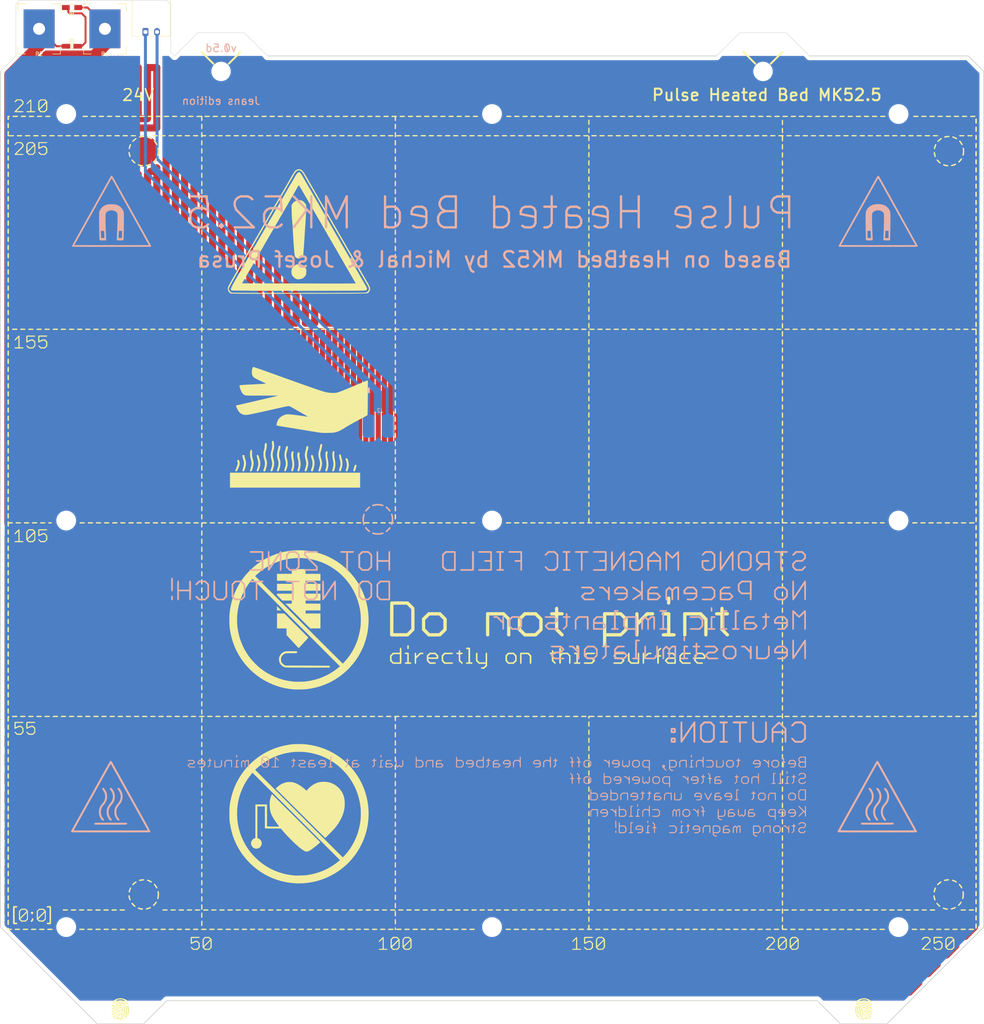
<source format=kicad_pcb>
(kicad_pcb (version 20171130) (host pcbnew 5.1.5)
  (layers (0 F.Cu signal hide) (31 B.Cu signal) (34 B.Paste user) (35 F.Paste user) (36 B.SilkS user) (37 F.SilkS user) (38 B.Mask user) (39 F.Mask user hide) (44 Edge.Cuts user))
  (net 0 "")
  (net 1 "Net-(D1-Pad2)")
  (net 2 "Net-(D1-Pad1)")
  (net 3 "Net-(J1-Pad1)")
  (net 4 "Net-(J1-Pad2)")
  (module Mounting_Holes:MountingHole_3.2mm_M3 (layer F.Cu) (at 232 -10)
    (fp_text reference REF** hide)
    (fp_text value MountingHole_3.2mm_M3)
    (pad "" np_thru_hole circle (at 0 0) (size 3.1 3.1) (drill 3.1) (layers *.Cu *.Mask))
  )
  (module Mounting_Holes:MountingHole_3.2mm_M3 (layer F.Cu) (at 127 -10)
    (fp_text reference REF** hide)
    (fp_text value MountingHole_3.2mm_M3)
    (pad "" np_thru_hole circle (at 0 0) (size 3.1 3.1) (drill 3.1) (layers *.Cu *.Mask))
  )
  (module Mounting_Holes:MountingHole_3.2mm_M3 (layer F.Cu) (at 17 -10)
    (fp_text reference REF** hide)
    (fp_text value MountingHole_3.2mm_M3)
    (pad "" np_thru_hole circle (at 0 0) (size 3.1 3.1) (drill 3.1) (layers *.Cu *.Mask))
  )
  (module Mounting_Holes:MountingHole_3.2mm_M3 (layer F.Cu) (at 17 -220)
    (fp_text reference REF** hide)
    (fp_text value MountingHole_3.2mm_M3)
    (pad "" np_thru_hole circle (at 0 0) (size 3.1 3.1) (drill 3.1) (layers *.Cu *.Mask))
  )
  (module Mounting_Holes:MountingHole_3.2mm_M3 (layer F.Cu) (at 127 -220)
    (fp_text reference REF** hide)
    (fp_text value MountingHole_3.2mm_M3)
    (pad "" np_thru_hole circle (at 0 0) (size 3.1 3.1) (drill 3.1) (layers *.Cu *.Mask))
  )
  (module Mounting_Holes:MountingHole_3.2mm_M3 (layer F.Cu) (at 232 -220)
    (fp_text reference REF** hide)
    (fp_text value MountingHole_3.2mm_M3)
    (pad "" np_thru_hole circle (at 0 0) (size 3.1 3.1) (drill 3.1) (layers *.Cu *.Mask))
  )
  (module Mounting_Holes:MountingHole_3.2mm_M3 (layer F.Cu) (at 232 -115)
    (fp_text reference REF** hide)
    (fp_text value MountingHole_3.2mm_M3)
    (pad "" np_thru_hole circle (at 0 0) (size 3.1 3.1) (drill 3.1) (layers *.Cu *.Mask))
  )
  (module Mounting_Holes:MountingHole_3.2mm_M3 (layer F.Cu) (at 127 -115)
    (fp_text reference REF** hide)
    (fp_text value MountingHole_3.2mm_M3)
    (pad "" np_thru_hole circle (at 0 0) (size 3.1 3.1) (drill 3.1) (layers *.Cu *.Mask))
  )
  (module Mounting_Holes:MountingHole_3.2mm_M3 (layer F.Cu) (at 17 -115)
    (fp_text reference REF** hide)
    (fp_text value MountingHole_3.2mm_M3)
    (pad "" np_thru_hole circle (at 0 0) (size 3.1 3.1) (drill 3.1) (layers *.Cu *.Mask))
  )
  (module ok1hra:PRUSA-HB52Fvanilla (layer F.Cu) (at 127 -117.2)
    (fp_text reference G*** hide)
    (fp_text value LOGO hide)
    (fp_text user "Pulse Heated Bed MK52.5" (at 70.999358 -107.729812) (layer F.SilkS) (effects (font (size 3 3) (thickness 0.5))))
  )
  (module ok1hra:PRUSA-HB52B (layer B.Cu) (at 127.6 -120.4 180)
    (fp_text reference G*** hide)
    (fp_text value LOGO hide)
    (fp_text user "Pulse Heated Bed MK52.5" (at 1 74) (layer B.SilkS) (effects (font (size 8 8) (thickness 0.6)) (justify mirror)))
    (fp_text user "Based on HeatBed MK52 by Michal & Josef Prusa" (at 0 62) (layer B.SilkS) (effects (font (size 4 4) (thickness 0.6)) (justify mirror)))
  )
  (module Mounting_Holes:MountingHole_3.2mm_M3 (layer F.Cu) (at 197 -231)
    (fp_text reference REF** hide)
    (fp_text value MountingHole_3.2mm_M3)
    (pad "" np_thru_hole circle (at 0 0) (size 3 3) (drill 3) (layers *.Cu *.Mask))
  )
  (module Mounting_Holes:MountingHole_3.2mm_M3 (layer F.Cu) (at 57 -231)
    (fp_text reference REF** hide)
    (fp_text value MountingHole_3.2mm_M3)
    (pad "" np_thru_hole circle (at 0 0) (size 3 3) (drill 3) (layers *.Cu *.Mask))
  )
  (module ok1hra:PCB-Large-pad (layer F.Cu) (at 27 -242)
    (fp_text reference P1 (at 0 6.5) (layer F.SilkS))
    (fp_text value VCC)
    (pad 1 thru_hole rect (at 0 0) (size 8 10) (drill 3.1) (layers *.Mask F.Cu) (net 2 "Net-(D1-Pad1)"))
  )
  (module ok1hra:PCB-Large-pad (layer F.Cu) (at 10 -242)
    (fp_text reference P2 (at 0 6.5) (layer F.SilkS))
    (fp_text value GND)
    (pad 1 thru_hole rect (at 0 0) (size 8 10) (drill 3.1) (layers *.Mask F.Cu) (net 2 "Net-(D1-Pad1)"))
  )
  (module Mounting_Holes:MountingHole_3.2mm_M3 (layer F.Cu) (at 18.5 -242)
    (fp_text reference REF** hide)
    (fp_text value MountingHole_3.2mm_M3)
    (pad "" np_thru_hole circle (at 0 0) (size 3.1 3.1) (drill 3.1) (layers *.Cu *.Mask))
  )
  (module LEDs:LED_0805 (layer F.Cu) (at 18.5 -237.5)
    (fp_text reference D1 (at 0 -1.5) (layer F.SilkS) (effects (font (size 0.8 0.8))))
    (fp_text value LED_ALT)
    (pad 1 smd rect (at -1.54902 0 180) (size 2.19888 1.19888) (layers F.Cu F.Paste F.Mask) (net 2 "Net-(D1-Pad1)"))
    (pad 2 smd rect (at 1.44902 0 180) (size 2.19888 1.19888) (layers F.Cu F.Paste F.Mask) (net 1 "Net-(D1-Pad2)"))
  )
  (module Resistors_SMD:R_0805 (layer F.Cu) (at 18.5 -247.5 180)
    (fp_text reference R1 (at 0 -1.75 180) (layer F.SilkS) (effects (font (size 0.8 0.8))))
    (fp_text value 1k)
    (pad 1 smd rect (at -1.6 0 180) (size 2 1.3) (layers F.Cu F.Paste F.Mask) (net 2 "Net-(D1-Pad1)"))
    (pad 2 smd rect (at 1.6 0 180) (size 2 1.3) (layers F.Cu F.Paste F.Mask) (net 1 "Net-(D1-Pad2)"))
  )
  (module ok1hra:label-8mm (layer F.Cu) (at 37 -210.4)
    (fp_text reference REF** hide)
    (fp_text value label-8mm hide)
    (pad 1 smd circle (at 0 0) (size 8 8) (layers F.Cu))
  )
  (module ok1hra:label-8mm (layer F.Cu) (at 245 -210.4)
    (fp_text reference REF** hide)
    (fp_text value label-8mm hide)
    (pad 1 smd circle (at 0 0) (size 8 8) (layers F.Cu))
  )
  (module ok1hra:label-8mm (layer F.Cu) (at 245 -18.4)
    (fp_text reference REF** hide)
    (fp_text value label-8mm hide)
    (pad 1 smd circle (at 0 0) (size 8 8) (layers F.Cu))
  )
  (module ok1hra:label-8mm (layer F.Cu) (at 37 -18.4)
    (fp_text reference REF** hide)
    (fp_text value label-8mm hide)
    (pad 1 smd circle (at 0 0) (size 8 8) (layers F.Cu))
  )
  (module Connector_Molex:Molex_Micro-Fit_3.0_43650-0200_1x02_P3.00mm_Horizontal (layer F.Cu) (at 37.47 -241.19)
    (fp_text reference J1 (at 1.5 -10.12) (layer F.SilkS))
    (fp_text value Conn_01x02_Male)
    (pad "" np_thru_hole circle (at 1.5 -4.32) (size 3 3) (drill 3) (layers *.Cu *.Mask))
    (pad 1 thru_hole roundrect (at 0 0) (size 1.5 2.02) (drill 1.02) (layers *.Cu *.Mask) (roundrect_rratio 0.166667) (net 3 "Net-(J1-Pad1)"))
    (pad 2 thru_hole oval (at 3 0) (size 1.5 2.02) (drill 1.02) (layers *.Cu *.Mask) (net 4 "Net-(J1-Pad2)"))
  )
  (module 24V_05d:Thermistor (layer B.Cu) (at 95.1 -139.4)
    (fp_text reference J2 (at 3 -4) (layer B.SilkS) (effects (justify mirror)))
    (fp_text value Thermistor)
    (pad 1 smd roundrect (at 0 0) (size 3 6) (layers B.Cu B.Paste B.Mask) (net 3 "Net-(J1-Pad1)"))
    (pad 2 smd roundrect (at 5 0) (size 3 6) (layers B.Cu B.Paste B.Mask) (net 4 "Net-(J1-Pad2)"))
  )
  (gr_text 24V (at 35.6 -224.9) (layer F.SilkS) (effects (font (size 3 3) (thickness 0.4))))
  (gr_line (start 217 15) (end 211 9) (layer Edge.Cuts) (width 0.2))
  (gr_line (start 37 15) (end 43 9) (layer Edge.Cuts) (width 0.2))
  (gr_line (start 43 9) (end 211 9) (layer Edge.Cuts) (width 0.2))
  (gr_line (start 250 -235) (end 254 -231) (layer Edge.Cuts) (width 0.2))
  (gr_line (start 254 -10) (end 254 -231) (layer Edge.Cuts) (width 0.2))
  (gr_line (start 229 15) (end 254 -10) (layer Edge.Cuts) (width 0.2))
  (gr_line (start 0 -10) (end 0 -231) (layer Edge.Cuts) (width 0.2))
  (gr_line (start 0 -10) (end 25 15) (layer Edge.Cuts) (width 0.2))
  (gr_text "Jeans edition" (at 57 -223.4) (layer B.SilkS) (effects (font (size 2 2) (thickness 0.3)) (justify mirror)))
  (gr_text F105% (at 29.6 -234.4) (layer F.Cu) (effects (font (size 1 1) (thickness 0.2))))
  (gr_line (start 58.75 -236.25) (end 58.25 -238) (layer B.SilkS) (width 0.3))
  (gr_line (start 37 15) (end 25 15) (layer Edge.Cuts) (width 0.2))
  (gr_line (start 229 15) (end 217 15) (layer Edge.Cuts) (width 0.2))
  (gr_line (start 0 -231) (end 4 -235) (layer Edge.Cuts) (width 0.1))
  (gr_line (start 185 -235) (end 69 -235) (layer Edge.Cuts) (width 0.2))
  (gr_line (start 209 -235) (end 250 -235) (layer Edge.Cuts) (width 0.2))
  (gr_line (start 55 -233) (end 52 -236) (layer F.SilkS) (width 0.5))
  (gr_line (start 62 -236) (end 59 -233) (layer F.SilkS) (width 0.5))
  (gr_line (start 195 -233) (end 192 -236) (layer F.SilkS) (width 0.5))
  (gr_line (start 202 -236) (end 199 -233) (layer F.SilkS) (width 0.5))
  (gr_line (start 191 -241) (end 203 -241) (layer Edge.Cuts) (width 0.1))
  (gr_line (start 191 -241) (end 185 -235) (layer Edge.Cuts) (width 0.1))
  (gr_line (start 203 -241) (end 209 -235) (layer Edge.Cuts) (width 0.1))
  (gr_line (start 63 -241) (end 69 -235) (layer Edge.Cuts) (width 0.1))
  (gr_line (start 51 -241) (end 45 -235) (layer Edge.Cuts) (width 0.1))
  (gr_line (start 51 -241) (end 63 -241) (layer Edge.Cuts) (width 0.1))
  (gr_text v0.5d (at 57 -237) (layer B.SilkS) (effects (font (size 2 2) (thickness 0.3)) (justify mirror)))
  (gr_line (start 44 -248.4) (end 44 -236) (layer Edge.Cuts) (width 0.1))
  (gr_line (start 4 -248.4) (end 5 -249.4) (layer Edge.Cuts) (width 0.1))
  (gr_line (start 5 -249.4) (end 43 -249.4) (layer Edge.Cuts) (width 0.1))
  (gr_line (start 43 -249.4) (end 44 -248.4) (layer Edge.Cuts) (width 0.1))
  (gr_line (start 44 -236) (end 45 -235) (layer Edge.Cuts) (width 0.1))
  (gr_line (start 4 -235) (end 4 -248.4) (layer Edge.Cuts) (width 0.1))
  (segment (start 21 -237.5) (end 19.54902 -237.5) (width 0.5) (layer F.Cu) (net 1))
  (segment (start 21 -237.5) (end 22 -238.5) (width 0.5) (layer F.Cu) (net 1))
  (segment (start 22 -238.5) (end 22 -245) (width 0.5) (layer F.Cu) (net 1))
  (segment (start 22 -245) (end 21 -246) (width 0.5) (layer F.Cu) (net 1))
  (segment (start 21 -246) (end 17.9 -246) (width 0.5) (layer F.Cu) (net 1))
  (segment (start 17.9 -246) (end 17.55 -246.35) (width 0.5) (layer F.Cu) (net 1))
  (segment (start 17.55 -246.35) (end 17.55 -247.5) (width 0.5) (layer F.Cu) (net 1))
  (segment (start 6.05 -116.05) (end 6.05 -228.85) (width 3) (layer F.Cu) (net 2))
  (segment (start 6.05 -228.85) (end 12.1 -234.9) (width 3) (layer F.Cu) (net 2))
  (segment (start 12.1 -234.9) (end 24.1 -234.9) (width 3) (layer F.Cu) (net 2))
  (segment (start 24.1 -234.9) (end 27 -237.8) (width 3) (layer F.Cu) (net 2))
  (segment (start 4.8 -112.4) (end 3.7 -113.5) (width 1.3165) (layer F.Cu) (net 2))
  (segment (start 4.8 -112.2) (end 4.8 -112.4) (width 1.3165) (layer F.Cu) (net 2))
  (segment (start 23.6 8) (end 23.6 -62.8) (width 1.8202) (layer F.Cu) (net 2))
  (segment (start 9.2 -62.8) (end 9.2 -16) (width 1.8202) (layer F.Cu) (net 2))
  (segment (start 2.5 -114.5) (end 2.5 -111.3) (width 1.8202) (layer F.Cu) (net 2))
  (segment (start 4.4 -49.6) (end 2 -49.6) (width 1.8202) (layer F.Cu) (net 2))
  (segment (start 21.4 -12.5) (end 21.2 -12.7) (width 1.8202) (layer F.Cu) (net 2))
  (segment (start 14 -62.8) (end 14 -17.2) (width 1.8202) (layer F.Cu) (net 2))
  (segment (start 4.4 -16) (end 2 -16) (width 1.8202) (layer F.Cu) (net 2))
  (segment (start 2 -20.8) (end 2 -18.4) (width 1.8202) (layer F.Cu) (net 2))
  (segment (start 2.5 -111.3) (end 2 -110.8) (width 1.8202) (layer F.Cu) (net 2))
  (segment (start 4.4 -52) (end 4.4 -49.6) (width 1.8202) (layer F.Cu) (net 2))
  (segment (start 9.2 -13.6) (end 9.2 -11.2) (width 1.8202) (layer F.Cu) (net 2))
  (segment (start 4.4 -59.2) (end 2 -59.2) (width 1.8202) (layer F.Cu) (net 2))
  (segment (start 2 -110.8) (end 2 -61.6) (width 1.8202) (layer F.Cu) (net 2))
  (segment (start 16.4 -17.2) (end 16.4 -62.8) (width 1.8202) (layer F.Cu) (net 2))
  (segment (start 2 -61.6) (end 4.4 -61.6) (width 1.8202) (layer F.Cu) (net 2))
  (segment (start 4.4 -61.6) (end 4.4 -59.2) (width 1.8202) (layer F.Cu) (net 2))
  (segment (start 21.2 -6.9) (end 21.4 -7.1) (width 1.8202) (layer F.Cu) (net 2))
  (segment (start 4.4 -23.2) (end 4.4 -20.8) (width 1.8202) (layer F.Cu) (net 2))
  (segment (start 2 -49.6) (end 2 -47.2) (width 1.8202) (layer F.Cu) (net 2))
  (segment (start 9.2 -4) (end 11.6 -1.6) (width 1.8202) (layer F.Cu) (net 2))
  (segment (start 4.4 -56.8) (end 4.4 -54.4) (width 1.8202) (layer F.Cu) (net 2))
  (segment (start 4.4 -42.4) (end 4.4 -40) (width 1.8202) (layer F.Cu) (net 2))
  (segment (start 2 -52) (end 4.4 -52) (width 1.8202) (layer F.Cu) (net 2))
  (segment (start 2 -59.2) (end 2 -56.8) (width 1.8202) (layer F.Cu) (net 2))
  (segment (start 2 -25.6) (end 2 -23.2) (width 1.8202) (layer F.Cu) (net 2))
  (segment (start 4.4 -44.8) (end 2 -44.8) (width 1.8202) (layer F.Cu) (net 2))
  (segment (start 4.4 -35.2) (end 2 -35.2) (width 1.8202) (layer F.Cu) (net 2))
  (segment (start 18.8 -62.8) (end 18.8 -14.8) (width 1.8202) (layer F.Cu) (net 2))
  (segment (start 11.6 -16) (end 11.6 -62.8) (width 1.8202) (layer F.Cu) (net 2))
  (segment (start 2 -56.8) (end 4.4 -56.8) (width 1.8202) (layer F.Cu) (net 2))
  (segment (start 4.4 -54.4) (end 2 -54.4) (width 1.8202) (layer F.Cu) (net 2))
  (segment (start 4.4 -25.6) (end 2 -25.6) (width 1.8202) (layer F.Cu) (net 2))
  (segment (start 2 -54.4) (end 2 -52) (width 1.8202) (layer F.Cu) (net 2))
  (segment (start 4.4 -32.8) (end 4.4 -30.4) (width 1.8202) (layer F.Cu) (net 2))
  (segment (start 2 -47.2) (end 4.4 -47.2) (width 1.8202) (layer F.Cu) (net 2))
  (segment (start 4.4 -47.2) (end 4.4 -44.8) (width 1.8202) (layer F.Cu) (net 2))
  (segment (start 2 -35.2) (end 2 -32.8) (width 1.8202) (layer F.Cu) (net 2))
  (segment (start 2 -40) (end 2 -37.6) (width 1.8202) (layer F.Cu) (net 2))
  (segment (start 2 -44.8) (end 2 -42.4) (width 1.8202) (layer F.Cu) (net 2))
  (segment (start 2 -42.4) (end 4.4 -42.4) (width 1.8202) (layer F.Cu) (net 2))
  (segment (start 4.4 -40) (end 2 -40) (width 1.8202) (layer F.Cu) (net 2))
  (segment (start 15.2 -14.8) (end 14 -13.6) (width 1.8202) (layer F.Cu) (net 2))
  (segment (start 2 -16) (end 2 -13.6) (width 1.8202) (layer F.Cu) (net 2))
  (segment (start 2 -37.6) (end 4.4 -37.6) (width 1.8202) (layer F.Cu) (net 2))
  (segment (start 4.4 -37.6) (end 4.4 -35.2) (width 1.8202) (layer F.Cu) (net 2))
  (segment (start 11.6 -62.8) (end 14 -62.8) (width 1.8202) (layer F.Cu) (net 2))
  (segment (start 2 -32.8) (end 4.4 -32.8) (width 1.8202) (layer F.Cu) (net 2))
  (segment (start 16.4 -5.2) (end 18.8 -5.2) (width 1.8202) (layer F.Cu) (net 2))
  (segment (start 4.4 -30.4) (end 2 -30.4) (width 1.8202) (layer F.Cu) (net 2))
  (segment (start 2 -30.4) (end 2 -28) (width 1.8202) (layer F.Cu) (net 2))
  (segment (start 2 -28) (end 4.4 -28) (width 1.8202) (layer F.Cu) (net 2))
  (segment (start 4.4 -28) (end 4.4 -25.6) (width 1.8202) (layer F.Cu) (net 2))
  (segment (start 2 -23.2) (end 4.4 -23.2) (width 1.8202) (layer F.Cu) (net 2))
  (segment (start 4.4 -20.8) (end 2 -20.8) (width 1.8202) (layer F.Cu) (net 2))
  (segment (start 2 -18.4) (end 4.4 -18.4) (width 1.8202) (layer F.Cu) (net 2))
  (segment (start 4.4 -18.4) (end 4.4 -16) (width 1.8202) (layer F.Cu) (net 2))
  (segment (start 14 -6.4) (end 14 0.8) (width 1.8202) (layer F.Cu) (net 2))
  (segment (start 18.8 -14.8) (end 15.2 -14.8) (width 1.8202) (layer F.Cu) (net 2))
  (segment (start 2 -13.6) (end 4.4 -13.6) (width 1.8202) (layer F.Cu) (net 2))
  (segment (start 14 -13.6) (end 9.2 -13.6) (width 1.8202) (layer F.Cu) (net 2))
  (segment (start 4.4 -13.6) (end 4.4 -11.2) (width 1.8202) (layer F.Cu) (net 2))
  (segment (start 4.4 -11.2) (end 2 -11.2) (width 1.8202) (layer F.Cu) (net 2))
  (segment (start 2 -11.2) (end 6.8 -6.4) (width 1.8202) (layer F.Cu) (net 2))
  (segment (start 6.8 -6.4) (end 6.8 -62.8) (width 1.8202) (layer F.Cu) (net 2))
  (segment (start 6.8 -62.8) (end 9.2 -62.8) (width 1.8202) (layer F.Cu) (net 2))
  (segment (start 9.2 -16) (end 11.6 -16) (width 1.8202) (layer F.Cu) (net 2))
  (segment (start 14 -17.2) (end 16.4 -17.2) (width 1.8202) (layer F.Cu) (net 2))
  (segment (start 16.4 -62.8) (end 18.8 -62.8) (width 1.8202) (layer F.Cu) (net 2))
  (segment (start 9.2 -11.2) (end 12.5 -11.2) (width 1.8202) (layer F.Cu) (net 2))
  (segment (start 12.5 -11.2) (end 12.5 -8.8) (width 1.8202) (layer F.Cu) (net 2))
  (segment (start 12.5 -8.8) (end 9.2 -8.8) (width 1.8202) (layer F.Cu) (net 2))
  (segment (start 9.2 -8.8) (end 9.2 -4) (width 1.8202) (layer F.Cu) (net 2))
  (segment (start 11.6 -1.6) (end 11.6 -6.4) (width 1.8202) (layer F.Cu) (net 2))
  (segment (start 11.6 -6.4) (end 14 -6.4) (width 1.8202) (layer F.Cu) (net 2))
  (segment (start 14 0.8) (end 16.4 3.2) (width 1.8202) (layer F.Cu) (net 2))
  (segment (start 18.8 5.6) (end 21.2 8) (width 1.8202) (layer F.Cu) (net 2))
  (segment (start 16.4 3.2) (end 16.4 -5.2) (width 1.8202) (layer F.Cu) (net 2))
  (segment (start 18.8 -5.2) (end 18.8 5.6) (width 1.8202) (layer F.Cu) (net 2))
  (segment (start 21.2 8) (end 21.2 -6.9) (width 1.8202) (layer F.Cu) (net 2))
  (segment (start 21.4 -7.1) (end 21.4 -12.5) (width 1.8202) (layer F.Cu) (net 2))
  (segment (start 21.2 -12.7) (end 21.2 -62.8) (width 1.8202) (layer F.Cu) (net 2))
  (segment (start 21.2 -62.8) (end 23.6 -62.8) (width 1.8202) (layer F.Cu) (net 2))
  (segment (start 16.4 -227.2) (end 18.8 -227.2) (width 1.8202) (layer F.Cu) (net 2))
  (segment (start 95.6 -166) (end 95.6 -232) (width 1.8202) (layer F.Cu) (net 2))
  (segment (start 110 -166) (end 110 -232) (width 1.8202) (layer F.Cu) (net 2))
  (segment (start 186.8 -229.6) (end 189.2 -227.2) (width 1.8202) (layer F.Cu) (net 2))
  (segment (start 6.05 -116.05) (end 7.25 -116.05) (width 1.8202) (layer F.Cu) (net 2))
  (segment (start 158 -166) (end 158 -232) (width 1.8202) (layer F.Cu) (net 2))
  (segment (start 182 -232) (end 184.4 -232) (width 1.8202) (layer F.Cu) (net 2))
  (segment (start 124.4 6.8) (end 124.4 -6.4) (width 1.8202) (layer F.Cu) (net 2))
  (segment (start 167.6 6.8) (end 167.6 -62.8) (width 1.8202) (layer F.Cu) (net 2))
  (segment (start 50 -166) (end 52.4 -166) (width 1.8202) (layer F.Cu) (net 2))
  (segment (start 122 -6.4) (end 122 6.8) (width 1.8202) (layer F.Cu) (net 2))
  (segment (start 134 -166) (end 134 -220) (width 1.8202) (layer F.Cu) (net 2))
  (segment (start 208.4 -166) (end 210.8 -166) (width 1.8202) (layer F.Cu) (net 2))
  (segment (start 131.6 -220) (end 131.6 -222.4) (width 1.8202) (layer F.Cu) (net 2))
  (segment (start 158 6.8) (end 158 -62.8) (width 1.8202) (layer F.Cu) (net 2))
  (segment (start 9.2 -118) (end 9.2 -227.2) (width 1.8202) (layer F.Cu) (net 2))
  (segment (start 124.4 -215.2) (end 126.8 -215.2) (width 1.8202) (layer F.Cu) (net 2))
  (segment (start 21.2 -227.2) (end 23.6 -227.2) (width 1.8202) (layer F.Cu) (net 2))
  (segment (start 11.6 -229.6) (end 11.6 -166) (width 1.8202) (layer F.Cu) (net 2))
  (segment (start 71.6 -232) (end 74 -232) (width 1.8202) (layer F.Cu) (net 2))
  (segment (start 7.25 -116.05) (end 9.2 -118) (width 1.8202) (layer F.Cu) (net 2))
  (segment (start 23.6 -217.6) (end 21.2 -217.6) (width 1.8202) (layer F.Cu) (net 2))
  (segment (start 237.2 -232) (end 237.2 -224.8) (width 1.8202) (layer F.Cu) (net 2))
  (segment (start 35.6 -232) (end 35.6 -218.8) (width 1.8202) (layer F.Cu) (net 2))
  (segment (start 83.6 -232) (end 83.6 -166) (width 1.8202) (layer F.Cu) (net 2))
  (segment (start 9.2 -227.2) (end 11.6 -229.6) (width 1.8202) (layer F.Cu) (net 2))
  (segment (start 196.4 -62.8) (end 194 -62.8) (width 1.8202) (layer F.Cu) (net 2))
  (segment (start 237.2 -218.8) (end 237.2 -166) (width 1.8202) (layer F.Cu) (net 2))
  (segment (start 21.2 -221.2) (end 21.2 -222.4) (width 1.8202) (layer F.Cu) (net 2))
  (segment (start 206 -228.4) (end 208.4 -230.8) (width 1.8202) (layer F.Cu) (net 2))
  (segment (start 35.6 -12.4) (end 40.4 -12.4) (width 1.8202) (layer F.Cu) (net 2))
  (segment (start 218 -166) (end 220.4 -166) (width 1.8202) (layer F.Cu) (net 2))
  (segment (start 66.8 -166) (end 66.8 -232) (width 1.8202) (layer F.Cu) (net 2))
  (segment (start 40.4 -232) (end 40.4 -216.4) (width 1.8202) (layer F.Cu) (net 2))
  (segment (start 107.6 -232) (end 107.6 -166) (width 1.8202) (layer F.Cu) (net 2))
  (segment (start 52.4 -222.4) (end 54.8 -222.4) (width 1.8202) (layer F.Cu) (net 2))
  (segment (start 21.2 -166) (end 23.6 -166) (width 1.8202) (layer F.Cu) (net 2))
  (segment (start 249.2 -203.2) (end 251.6 -205.6) (width 1.8202) (layer F.Cu) (net 2))
  (segment (start 184.4 -232) (end 184.4 -166) (width 1.8202) (layer F.Cu) (net 2))
  (segment (start 26 -166) (end 28.4 -166) (width 1.8202) (layer F.Cu) (net 2))
  (segment (start 18.8 -166) (end 18.8 -215.2) (width 1.8202) (layer F.Cu) (net 2))
  (segment (start 21.2 -217.6) (end 21.2 -218.8) (width 1.8202) (layer F.Cu) (net 2))
  (segment (start 54.8 -222.4) (end 54.8 -166) (width 1.8202) (layer F.Cu) (net 2))
  (segment (start 215.6 -166) (end 215.6 -232) (width 1.8202) (layer F.Cu) (net 2))
  (segment (start 122 -232) (end 122 -166) (width 1.8202) (layer F.Cu) (net 2))
  (segment (start 230 -224.8) (end 230 -232) (width 1.8202) (layer F.Cu) (net 2))
  (segment (start 170 -62.8) (end 170 6.8) (width 1.8202) (layer F.Cu) (net 2))
  (segment (start 64.4 -224.8) (end 64.4 -166) (width 1.8202) (layer F.Cu) (net 2))
  (segment (start 11.6 -166) (end 14 -166) (width 1.8202) (layer F.Cu) (net 2))
  (segment (start 179.6 -232) (end 179.6 -166) (width 1.8202) (layer F.Cu) (net 2))
  (segment (start 28.4 -62.8) (end 26 -62.8) (width 1.8202) (layer F.Cu) (net 2))
  (segment (start 50 -62.8) (end 50 6.8) (width 1.8202) (layer F.Cu) (net 2))
  (segment (start 23.6 -222.4) (end 23.6 -224.8) (width 1.8202) (layer F.Cu) (net 2))
  (segment (start 150.8 -232) (end 150.8 -166) (width 1.8202) (layer F.Cu) (net 2))
  (segment (start 90.8 -166) (end 90.8 -232) (width 1.8202) (layer F.Cu) (net 2))
  (segment (start 90.8 -232) (end 93.2 -232) (width 1.8202) (layer F.Cu) (net 2))
  (segment (start 136.4 -62.8) (end 136.4 6.8) (width 1.8202) (layer F.Cu) (net 2))
  (segment (start 14 -215.2) (end 16.4 -215.2) (width 1.8202) (layer F.Cu) (net 2))
  (segment (start 86 -232) (end 88.4 -232) (width 1.8202) (layer F.Cu) (net 2))
  (segment (start 122 -62.8) (end 122 -16) (width 1.8202) (layer F.Cu) (net 2))
  (segment (start 14 -166) (end 14 -215.2) (width 1.8202) (layer F.Cu) (net 2))
  (segment (start 38 -204.4) (end 38.800499 -205.200499) (width 1.8202) (layer F.Cu) (net 2))
  (segment (start 18.8 -232) (end 21.2 -232) (width 1.8202) (layer F.Cu) (net 2))
  (segment (start 22.4 -220) (end 21.2 -221.2) (width 1.8202) (layer F.Cu) (net 2))
  (segment (start 122 -166) (end 124.4 -166) (width 1.8202) (layer F.Cu) (net 2))
  (segment (start 74 -166) (end 76.4 -166) (width 1.8202) (layer F.Cu) (net 2))
  (segment (start 105.2 -166) (end 105.2 -232) (width 1.8202) (layer F.Cu) (net 2))
  (segment (start 16.4 -215.2) (end 16.4 -166) (width 1.8202) (layer F.Cu) (net 2))
  (segment (start 23.6 -166) (end 23.6 -217.6) (width 1.8202) (layer F.Cu) (net 2))
  (segment (start 222.8 -232) (end 222.8 -166) (width 1.8202) (layer F.Cu) (net 2))
  (segment (start 62 -62.8) (end 59.6 -62.8) (width 1.8202) (layer F.Cu) (net 2))
  (segment (start 40.4 -24.4) (end 38 -24.4) (width 1.8202) (layer F.Cu) (net 2))
  (segment (start 47.6 -227.2) (end 50 -224.8) (width 1.8202) (layer F.Cu) (net 2))
  (segment (start 196.4 -222.4) (end 198.8 -222.4) (width 1.8202) (layer F.Cu) (net 2))
  (segment (start 232.4 -227.2) (end 234.8 -227.2) (width 1.8202) (layer F.Cu) (net 2))
  (segment (start 148.4 -166) (end 148.4 -232) (width 1.8202) (layer F.Cu) (net 2))
  (segment (start 23.6 -227.2) (end 23.6 -232) (width 1.8202) (layer F.Cu) (net 2))
  (segment (start 93.2 -166) (end 95.6 -166) (width 1.8202) (layer F.Cu) (net 2))
  (segment (start 33.2 -232) (end 35.6 -232) (width 1.8202) (layer F.Cu) (net 2))
  (segment (start 93.2 -232) (end 93.2 -166) (width 1.8202) (layer F.Cu) (net 2))
  (segment (start 16.4 -166) (end 18.8 -166) (width 1.8202) (layer F.Cu) (net 2))
  (segment (start 213.2 8) (end 212 6.8) (width 1.8202) (layer F.Cu) (net 2))
  (segment (start 39.495761 -205.200499) (end 40.4 -206.104738) (width 1.8202) (layer F.Cu) (net 2))
  (segment (start 146 -232) (end 146 -166) (width 1.8202) (layer F.Cu) (net 2))
  (segment (start 21.2 -218.8) (end 22.4 -220) (width 1.8202) (layer F.Cu) (net 2))
  (segment (start 40.4 -206.104738) (end 40.4 -166) (width 1.8202) (layer F.Cu) (net 2))
  (segment (start 244.4 -216.4) (end 244.4 -232) (width 1.8202) (layer F.Cu) (net 2))
  (segment (start 18.8 -215.2) (end 21.2 -215.2) (width 1.8202) (layer F.Cu) (net 2))
  (segment (start 59.6 -222.4) (end 59.6 -166) (width 1.8202) (layer F.Cu) (net 2))
  (segment (start 100.4 -232) (end 102.8 -232) (width 1.8202) (layer F.Cu) (net 2))
  (segment (start 45.2 -232) (end 45.2 -166) (width 1.8202) (layer F.Cu) (net 2))
  (segment (start 69.2 -232) (end 69.2 -166) (width 1.8202) (layer F.Cu) (net 2))
  (segment (start 31.765849 -15.887607) (end 34.487607 -13.165849) (width 1.8202) (layer F.Cu) (net 2))
  (segment (start 129.2 -166) (end 129.2 -215.2) (width 1.8202) (layer F.Cu) (net 2))
  (segment (start 117.2 6.8) (end 114.8 6.8) (width 1.8202) (layer F.Cu) (net 2))
  (segment (start 112.4 -62.8) (end 112.4 6.8) (width 1.8202) (layer F.Cu) (net 2))
  (segment (start 21.2 -215.2) (end 21.2 -166) (width 1.8202) (layer F.Cu) (net 2))
  (segment (start 134 -227.2) (end 134 -232) (width 1.8202) (layer F.Cu) (net 2))
  (segment (start 107.6 -166) (end 110 -166) (width 1.8202) (layer F.Cu) (net 2))
  (segment (start 102.8 -166) (end 105.2 -166) (width 1.8202) (layer F.Cu) (net 2))
  (segment (start 206 6.8) (end 206 -62.8) (width 1.8202) (layer F.Cu) (net 2))
  (segment (start 141.2 -166) (end 143.6 -166) (width 1.8202) (layer F.Cu) (net 2))
  (segment (start 124.4 -62.8) (end 122 -62.8) (width 1.8202) (layer F.Cu) (net 2))
  (segment (start 35.6 -204.4) (end 35.6 -166) (width 1.8202) (layer F.Cu) (net 2))
  (segment (start 23.6 -232) (end 26 -232) (width 1.8202) (layer F.Cu) (net 2))
  (segment (start 131.6 -166) (end 134 -166) (width 1.8202) (layer F.Cu) (net 2))
  (segment (start 141.2 6.8) (end 138.8 6.8) (width 1.8202) (layer F.Cu) (net 2))
  (segment (start 21.2 -222.4) (end 23.6 -222.4) (width 1.8202) (layer F.Cu) (net 2))
  (segment (start 23.6 -224.8) (end 14 -224.8) (width 1.8202) (layer F.Cu) (net 2))
  (segment (start 220.4 -232) (end 222.8 -232) (width 1.8202) (layer F.Cu) (net 2))
  (segment (start 45.2 6.8) (end 42.8 6.8) (width 1.8202) (layer F.Cu) (net 2))
  (segment (start 14 -224.8) (end 14 -232) (width 1.8202) (layer F.Cu) (net 2))
  (segment (start 138.8 -232) (end 141.2 -232) (width 1.8202) (layer F.Cu) (net 2))
  (segment (start 76.4 -62.8) (end 74 -62.8) (width 1.8202) (layer F.Cu) (net 2))
  (segment (start 174.8 6.8) (end 172.4 6.8) (width 1.8202) (layer F.Cu) (net 2))
  (segment (start 242 -166) (end 244.4 -166) (width 1.8202) (layer F.Cu) (net 2))
  (segment (start 45.2 -166) (end 47.6 -166) (width 1.8202) (layer F.Cu) (net 2))
  (segment (start 14 -232) (end 16.4 -232) (width 1.8202) (layer F.Cu) (net 2))
  (segment (start 40.4 -216.4) (end 34.9 -216.4) (width 1.8202) (layer F.Cu) (net 2))
  (segment (start 64.4 -166) (end 66.8 -166) (width 1.8202) (layer F.Cu) (net 2))
  (segment (start 16.4 -232) (end 16.4 -227.2) (width 1.8202) (layer F.Cu) (net 2))
  (segment (start 194 6.8) (end 191.6 6.8) (width 1.8202) (layer F.Cu) (net 2))
  (segment (start 18.8 -227.2) (end 18.8 -232) (width 1.8202) (layer F.Cu) (net 2))
  (segment (start 59.6 -166) (end 62 -166) (width 1.8202) (layer F.Cu) (net 2))
  (segment (start 33.2 -22.5) (end 33.2 -62.8) (width 1.8202) (layer F.Cu) (net 2))
  (segment (start 38 -218.8) (end 38 -232) (width 1.8202) (layer F.Cu) (net 2))
  (segment (start 54.8 6.8) (end 52.4 6.8) (width 1.8202) (layer F.Cu) (net 2))
  (segment (start 239.6 -221.2) (end 237.2 -221.2) (width 1.8202) (layer F.Cu) (net 2))
  (segment (start 21.2 -232) (end 21.2 -227.2) (width 1.8202) (layer F.Cu) (net 2))
  (segment (start 239.6 -62.8) (end 237.2 -62.8) (width 1.8202) (layer F.Cu) (net 2))
  (segment (start 26 -232) (end 26 -166) (width 1.8202) (layer F.Cu) (net 2))
  (segment (start 227.6 -62.8) (end 227.6 -16) (width 1.8202) (layer F.Cu) (net 2))
  (segment (start 177.2 -232) (end 179.6 -232) (width 1.8202) (layer F.Cu) (net 2))
  (segment (start 227.6 -16) (end 226.4 -14.8) (width 1.8202) (layer F.Cu) (net 2))
  (segment (start 117.2 -166) (end 119.6 -166) (width 1.8202) (layer F.Cu) (net 2))
  (segment (start 57.2 -166) (end 57.2 -222.4) (width 1.8202) (layer F.Cu) (net 2))
  (segment (start 28.4 -166) (end 28.4 -232) (width 1.8202) (layer F.Cu) (net 2))
  (segment (start 40.4 8) (end 38 8) (width 1.8202) (layer F.Cu) (net 2))
  (segment (start 143.6 -166) (end 143.6 -232) (width 1.8202) (layer F.Cu) (net 2))
  (segment (start 28.4 -232) (end 30.8 -232) (width 1.8202) (layer F.Cu) (net 2))
  (segment (start 30.8 -232) (end 30.8 -215.7) (width 1.8202) (layer F.Cu) (net 2))
  (segment (start 172.4 -166) (end 172.4 -232) (width 1.8202) (layer F.Cu) (net 2))
  (segment (start 30.8 -215.7) (end 33.2 -218.1) (width 1.8202) (layer F.Cu) (net 2))
  (segment (start 249.2 -166) (end 249.2 -203.2) (width 1.8202) (layer F.Cu) (net 2))
  (segment (start 201.2 6.8) (end 201.2 -62.8) (width 1.8202) (layer F.Cu) (net 2))
  (segment (start 33.2 -218.1) (end 33.2 -232) (width 1.8202) (layer F.Cu) (net 2))
  (segment (start 218 -232) (end 218 -166) (width 1.8202) (layer F.Cu) (net 2))
  (segment (start 93.2 6.8) (end 90.8 6.8) (width 1.8202) (layer F.Cu) (net 2))
  (segment (start 237.2 -62.8) (end 237.2 4.4) (width 1.8202) (layer F.Cu) (net 2))
  (segment (start 35.6 -218.8) (end 38 -218.8) (width 1.8202) (layer F.Cu) (net 2))
  (segment (start 126.8 -166) (end 129.2 -166) (width 1.8202) (layer F.Cu) (net 2))
  (segment (start 38 8) (end 38 -10) (width 1.8202) (layer F.Cu) (net 2))
  (segment (start 54.8 -62.8) (end 54.8 6.8) (width 1.8202) (layer F.Cu) (net 2))
  (segment (start 30.8 -166) (end 33.2 -166) (width 1.8202) (layer F.Cu) (net 2))
  (segment (start 100.4 -166) (end 100.4 -232) (width 1.8202) (layer F.Cu) (net 2))
  (segment (start 208.4 -230.8) (end 208.4 -166) (width 1.8202) (layer F.Cu) (net 2))
  (segment (start 90.8 -62.8) (end 88.4 -62.8) (width 1.8202) (layer F.Cu) (net 2))
  (segment (start 225.2 -166) (end 225.2 -232) (width 1.8202) (layer F.Cu) (net 2))
  (segment (start 38 -232) (end 40.4 -232) (width 1.8202) (layer F.Cu) (net 2))
  (segment (start 246.8 -232) (end 246.8 -216.4) (width 1.8202) (layer F.Cu) (net 2))
  (segment (start 251.6 -209.304738) (end 246.695262 -204.4) (width 1.8202) (layer F.Cu) (net 2))
  (segment (start 50 -224.8) (end 50 -166) (width 1.8202) (layer F.Cu) (net 2))
  (segment (start 34.9 -216.4) (end 30.8 -212.3) (width 1.8202) (layer F.Cu) (net 2))
  (segment (start 42.8 -166) (end 42.8 -232) (width 1.8202) (layer F.Cu) (net 2))
  (segment (start 30.8 -212.3) (end 30.8 -166) (width 1.8202) (layer F.Cu) (net 2))
  (segment (start 126.8 -62.8) (end 126.8 -17.2) (width 1.8202) (layer F.Cu) (net 2))
  (segment (start 203.6 6.8) (end 201.2 6.8) (width 1.8202) (layer F.Cu) (net 2))
  (segment (start 225.2 -12.4) (end 227.6 -12.4) (width 1.8202) (layer F.Cu) (net 2))
  (segment (start 213.2 -166) (end 215.6 -166) (width 1.8202) (layer F.Cu) (net 2))
  (segment (start 33.2 -166) (end 33.2 -206.5) (width 1.8202) (layer F.Cu) (net 2))
  (segment (start 33.2 -206.5) (end 35.3 -204.4) (width 1.8202) (layer F.Cu) (net 2))
  (segment (start 114.8 -232) (end 117.2 -232) (width 1.8202) (layer F.Cu) (net 2))
  (segment (start 35.3 -204.4) (end 35.6 -204.4) (width 1.8202) (layer F.Cu) (net 2))
  (segment (start 35.6 -166) (end 38 -166) (width 1.8202) (layer F.Cu) (net 2))
  (segment (start 218 8) (end 215.6 8) (width 1.8202) (layer F.Cu) (net 2))
  (segment (start 124.4 -14.8) (end 129.2 -14.8) (width 1.8202) (layer F.Cu) (net 2))
  (segment (start 196.4 -166) (end 196.4 -222.4) (width 1.8202) (layer F.Cu) (net 2))
  (segment (start 88.4 -62.8) (end 88.4 6.8) (width 1.8202) (layer F.Cu) (net 2))
  (segment (start 69.2 -62.8) (end 69.2 6.8) (width 1.8202) (layer F.Cu) (net 2))
  (segment (start 38 -166) (end 38 -204.4) (width 1.8202) (layer F.Cu) (net 2))
  (segment (start 122 -8.8) (end 122 -11.2) (width 1.8202) (layer F.Cu) (net 2))
  (segment (start 81.2 -232) (end 83.6 -232) (width 1.8202) (layer F.Cu) (net 2))
  (segment (start 148.4 -62.8) (end 146 -62.8) (width 1.8202) (layer F.Cu) (net 2))
  (segment (start 38.800499 -205.200499) (end 39.495761 -205.200499) (width 1.8202) (layer F.Cu) (net 2))
  (segment (start 239.6 -223.6) (end 239.6 -232) (width 1.8202) (layer F.Cu) (net 2))
  (segment (start 143.6 -62.8) (end 141.2 -62.8) (width 1.8202) (layer F.Cu) (net 2))
  (segment (start 213.2 -62.8) (end 213.2 8) (width 1.8202) (layer F.Cu) (net 2))
  (segment (start 40.4 -166) (end 42.8 -166) (width 1.8202) (layer F.Cu) (net 2))
  (segment (start 201.2 -166) (end 201.2 -223.6) (width 1.8202) (layer F.Cu) (net 2))
  (segment (start 62 -166) (end 62 -222.4) (width 1.8202) (layer F.Cu) (net 2))
  (segment (start 189.2 -227.2) (end 189.2 -166) (width 1.8202) (layer F.Cu) (net 2))
  (segment (start 174.8 -166) (end 177.2 -166) (width 1.8202) (layer F.Cu) (net 2))
  (segment (start 134 -62.8) (end 131.6 -62.8) (width 1.8202) (layer F.Cu) (net 2))
  (segment (start 42.8 -232) (end 45.2 -232) (width 1.8202) (layer F.Cu) (net 2))
  (segment (start 78.8 -232) (end 78.8 -166) (width 1.8202) (layer F.Cu) (net 2))
  (segment (start 78.8 6.8) (end 76.4 6.8) (width 1.8202) (layer F.Cu) (net 2))
  (segment (start 194 -62.8) (end 194 6.8) (width 1.8202) (layer F.Cu) (net 2))
  (segment (start 246.695262 -204.4) (end 242 -204.4) (width 1.8202) (layer F.Cu) (net 2))
  (segment (start 47.6 -166) (end 47.6 -227.2) (width 1.8202) (layer F.Cu) (net 2))
  (segment (start 110 -232) (end 112.4 -232) (width 1.8202) (layer F.Cu) (net 2))
  (segment (start 131.6 -62.8) (end 131.6 6.8) (width 1.8202) (layer F.Cu) (net 2))
  (segment (start 52.4 -166) (end 52.4 -222.4) (width 1.8202) (layer F.Cu) (net 2))
  (segment (start 234.8 -227.2) (end 234.8 -232) (width 1.8202) (layer F.Cu) (net 2))
  (segment (start 194 -166) (end 196.4 -166) (width 1.8202) (layer F.Cu) (net 2))
  (segment (start 54.8 -166) (end 57.2 -166) (width 1.8202) (layer F.Cu) (net 2))
  (segment (start 57.2 -222.4) (end 59.6 -222.4) (width 1.8202) (layer F.Cu) (net 2))
  (segment (start 246.8 -62.8) (end 246.8 -26.8) (width 1.8202) (layer F.Cu) (net 2))
  (segment (start 131.6 -227.2) (end 134 -227.2) (width 1.8202) (layer F.Cu) (net 2))
  (segment (start 98 -62.8) (end 98 6.8) (width 1.8202) (layer F.Cu) (net 2))
  (segment (start 62 -222.4) (end 64.4 -224.8) (width 1.8202) (layer F.Cu) (net 2))
  (segment (start 230 -17.2) (end 230 -62.8) (width 1.8202) (layer F.Cu) (net 2))
  (segment (start 66.8 -232) (end 69.2 -232) (width 1.8202) (layer F.Cu) (net 2))
  (segment (start 114.8 6.8) (end 114.8 -62.8) (width 1.8202) (layer F.Cu) (net 2))
  (segment (start 69.2 -166) (end 71.6 -166) (width 1.8202) (layer F.Cu) (net 2))
  (segment (start 71.6 -166) (end 71.6 -232) (width 1.8202) (layer F.Cu) (net 2))
  (segment (start 210.8 -232) (end 213.2 -232) (width 1.8202) (layer F.Cu) (net 2))
  (segment (start 232.4 -232) (end 232.4 -227.2) (width 1.8202) (layer F.Cu) (net 2))
  (segment (start 177.2 -62.8) (end 174.8 -62.8) (width 1.8202) (layer F.Cu) (net 2))
  (segment (start 40.4 -12.4) (end 40.4 8) (width 1.8202) (layer F.Cu) (net 2))
  (segment (start 74 -232) (end 74 -166) (width 1.8202) (layer F.Cu) (net 2))
  (segment (start 76.4 -166) (end 76.4 -232) (width 1.8202) (layer F.Cu) (net 2))
  (segment (start 76.4 -232) (end 78.8 -232) (width 1.8202) (layer F.Cu) (net 2))
  (segment (start 122 -16) (end 119.6 -16) (width 1.8202) (layer F.Cu) (net 2))
  (segment (start 78.8 -166) (end 81.2 -166) (width 1.8202) (layer F.Cu) (net 2))
  (segment (start 131.6 -222.4) (end 134 -222.4) (width 1.8202) (layer F.Cu) (net 2))
  (segment (start 165.2 -166) (end 167.6 -166) (width 1.8202) (layer F.Cu) (net 2))
  (segment (start 81.2 -166) (end 81.2 -232) (width 1.8202) (layer F.Cu) (net 2))
  (segment (start 34.487607 -13.165849) (end 34.834151 -13.165849) (width 1.8202) (layer F.Cu) (net 2))
  (segment (start 198.8 6.8) (end 196.4 6.8) (width 1.8202) (layer F.Cu) (net 2))
  (segment (start 83.6 -166) (end 86 -166) (width 1.8202) (layer F.Cu) (net 2))
  (segment (start 86 -166) (end 86 -232) (width 1.8202) (layer F.Cu) (net 2))
  (segment (start 246.8 -166) (end 249.2 -166) (width 1.8202) (layer F.Cu) (net 2))
  (segment (start 88.4 -232) (end 88.4 -166) (width 1.8202) (layer F.Cu) (net 2))
  (segment (start 134 -220) (end 131.6 -220) (width 1.8202) (layer F.Cu) (net 2))
  (segment (start 143.6 -232) (end 146 -232) (width 1.8202) (layer F.Cu) (net 2))
  (segment (start 184.4 -166) (end 186.8 -166) (width 1.8202) (layer F.Cu) (net 2))
  (segment (start 194 -222.4) (end 194 -166) (width 1.8202) (layer F.Cu) (net 2))
  (segment (start 112.4 -166) (end 114.8 -166) (width 1.8202) (layer F.Cu) (net 2))
  (segment (start 88.4 -166) (end 90.8 -166) (width 1.8202) (layer F.Cu) (net 2))
  (segment (start 95.6 -232) (end 98 -232) (width 1.8202) (layer F.Cu) (net 2))
  (segment (start 167.6 -232) (end 170 -232) (width 1.8202) (layer F.Cu) (net 2))
  (segment (start 62 6.8) (end 62 -62.8) (width 1.8202) (layer F.Cu) (net 2))
  (segment (start 234.8 -14.8) (end 234.8 -62.8) (width 1.8202) (layer F.Cu) (net 2))
  (segment (start 52.4 -62.8) (end 50 -62.8) (width 1.8202) (layer F.Cu) (net 2))
  (segment (start 98 -232) (end 98 -166) (width 1.8202) (layer F.Cu) (net 2))
  (segment (start 201.2 -223.6) (end 203.6 -226) (width 1.8202) (layer F.Cu) (net 2))
  (segment (start 232.4 -166) (end 234.8 -166) (width 1.8202) (layer F.Cu) (net 2))
  (segment (start 98 -166) (end 100.4 -166) (width 1.8202) (layer F.Cu) (net 2))
  (segment (start 110 6.8) (end 110 -62.8) (width 1.8202) (layer F.Cu) (net 2))
  (segment (start 102.8 -232) (end 102.8 -166) (width 1.8202) (layer F.Cu) (net 2))
  (segment (start 105.2 -232) (end 107.6 -232) (width 1.8202) (layer F.Cu) (net 2))
  (segment (start 112.4 -232) (end 112.4 -166) (width 1.8202) (layer F.Cu) (net 2))
  (segment (start 30.8 8) (end 28.4 8) (width 1.8202) (layer F.Cu) (net 2))
  (segment (start 234.8 -216.4) (end 237.2 -218.8) (width 1.8202) (layer F.Cu) (net 2))
  (segment (start 114.8 -166) (end 114.8 -232) (width 1.8202) (layer F.Cu) (net 2))
  (segment (start 117.2 -232) (end 117.2 -166) (width 1.8202) (layer F.Cu) (net 2))
  (segment (start 208.4 -62.8) (end 208.4 6.8) (width 1.8202) (layer F.Cu) (net 2))
  (segment (start 119.6 -166) (end 119.6 -232) (width 1.8202) (layer F.Cu) (net 2))
  (segment (start 119.6 -232) (end 122 -232) (width 1.8202) (layer F.Cu) (net 2))
  (segment (start 124.4 -166) (end 124.4 -215.2) (width 1.8202) (layer F.Cu) (net 2))
  (segment (start 129.2 -232) (end 131.6 -232) (width 1.8202) (layer F.Cu) (net 2))
  (segment (start 33.2 -62.8) (end 30.8 -62.8) (width 1.8202) (layer F.Cu) (net 2))
  (segment (start 119.6 6.8) (end 119.6 -8.8) (width 1.8202) (layer F.Cu) (net 2))
  (segment (start 126.8 -215.2) (end 126.8 -166) (width 1.8202) (layer F.Cu) (net 2))
  (segment (start 129.2 -215.2) (end 131.6 -217.6) (width 1.8202) (layer F.Cu) (net 2))
  (segment (start 158 -62.8) (end 155.6 -62.8) (width 1.8202) (layer F.Cu) (net 2))
  (segment (start 225.2 -232) (end 227.6 -232) (width 1.8202) (layer F.Cu) (net 2))
  (segment (start 131.6 -217.6) (end 131.6 -166) (width 1.8202) (layer F.Cu) (net 2))
  (segment (start 134 -222.4) (end 134 -224.8) (width 1.8202) (layer F.Cu) (net 2))
  (segment (start 134 -224.8) (end 124.4 -224.8) (width 1.8202) (layer F.Cu) (net 2))
  (segment (start 124.4 -224.8) (end 124.4 -232) (width 1.8202) (layer F.Cu) (net 2))
  (segment (start 124.4 -232) (end 126.8 -232) (width 1.8202) (layer F.Cu) (net 2))
  (segment (start 126.8 -232) (end 126.8 -227.2) (width 1.8202) (layer F.Cu) (net 2))
  (segment (start 126.8 -227.2) (end 129.2 -227.2) (width 1.8202) (layer F.Cu) (net 2))
  (segment (start 129.2 -227.2) (end 129.2 -232) (width 1.8202) (layer F.Cu) (net 2))
  (segment (start 131.6 -232) (end 131.6 -227.2) (width 1.8202) (layer F.Cu) (net 2))
  (segment (start 239.6 -166) (end 239.6 -221.2) (width 1.8202) (layer F.Cu) (net 2))
  (segment (start 134 -232) (end 136.4 -232) (width 1.8202) (layer F.Cu) (net 2))
  (segment (start 136.4 -166) (end 138.8 -166) (width 1.8202) (layer F.Cu) (net 2))
  (segment (start 153.2 -232) (end 155.6 -232) (width 1.8202) (layer F.Cu) (net 2))
  (segment (start 119.6 -16) (end 119.6 -62.8) (width 1.8202) (layer F.Cu) (net 2))
  (segment (start 136.4 -232) (end 136.4 -166) (width 1.8202) (layer F.Cu) (net 2))
  (segment (start 138.8 -166) (end 138.8 -232) (width 1.8202) (layer F.Cu) (net 2))
  (segment (start 141.2 -232) (end 141.2 -166) (width 1.8202) (layer F.Cu) (net 2))
  (segment (start 47.6 6.8) (end 47.6 -62.8) (width 1.8202) (layer F.Cu) (net 2))
  (segment (start 242 -12.4) (end 242 -0.4) (width 1.8202) (layer F.Cu) (net 2))
  (segment (start 146 -166) (end 148.4 -166) (width 1.8202) (layer F.Cu) (net 2))
  (segment (start 148.4 -232) (end 150.8 -232) (width 1.8202) (layer F.Cu) (net 2))
  (segment (start 230 -215.2) (end 232.4 -215.2) (width 1.8202) (layer F.Cu) (net 2))
  (segment (start 150.8 -166) (end 153.2 -166) (width 1.8202) (layer F.Cu) (net 2))
  (segment (start 153.2 -166) (end 153.2 -232) (width 1.8202) (layer F.Cu) (net 2))
  (segment (start 155.6 -232) (end 155.6 -166) (width 1.8202) (layer F.Cu) (net 2))
  (segment (start 189.2 6.8) (end 186.8 6.8) (width 1.8202) (layer F.Cu) (net 2))
  (segment (start 225.2 8) (end 225.2 -7.6) (width 1.8202) (layer F.Cu) (net 2))
  (segment (start 155.6 -166) (end 158 -166) (width 1.8202) (layer F.Cu) (net 2))
  (segment (start 244.4 -202) (end 246.8 -202) (width 1.8202) (layer F.Cu) (net 2))
  (segment (start 186.8 -166) (end 186.8 -229.6) (width 1.8202) (layer F.Cu) (net 2))
  (segment (start 189.2 -166) (end 191.6 -166) (width 1.8202) (layer F.Cu) (net 2))
  (segment (start 158 -232) (end 160.4 -232) (width 1.8202) (layer F.Cu) (net 2))
  (segment (start 160.4 -232) (end 160.4 -166) (width 1.8202) (layer F.Cu) (net 2))
  (segment (start 160.4 -166) (end 162.8 -166) (width 1.8202) (layer F.Cu) (net 2))
  (segment (start 162.8 -166) (end 162.8 -232) (width 1.8202) (layer F.Cu) (net 2))
  (segment (start 172.4 -232) (end 174.8 -232) (width 1.8202) (layer F.Cu) (net 2))
  (segment (start 162.8 -232) (end 165.2 -232) (width 1.8202) (layer F.Cu) (net 2))
  (segment (start 227.6 -166) (end 230 -166) (width 1.8202) (layer F.Cu) (net 2))
  (segment (start 165.2 -232) (end 165.2 -166) (width 1.8202) (layer F.Cu) (net 2))
  (segment (start 74 -62.8) (end 74 6.8) (width 1.8202) (layer F.Cu) (net 2))
  (segment (start 174.8 -62.8) (end 174.8 6.8) (width 1.8202) (layer F.Cu) (net 2))
  (segment (start 167.6 -166) (end 167.6 -232) (width 1.8202) (layer F.Cu) (net 2))
  (segment (start 170 -232) (end 170 -166) (width 1.8202) (layer F.Cu) (net 2))
  (segment (start 222.8 -166) (end 225.2 -166) (width 1.8202) (layer F.Cu) (net 2))
  (segment (start 119.6 -13.6) (end 123.2 -13.6) (width 1.8202) (layer F.Cu) (net 2))
  (segment (start 191.6 -62.8) (end 189.2 -62.8) (width 1.8202) (layer F.Cu) (net 2))
  (segment (start 170 -166) (end 172.4 -166) (width 1.8202) (layer F.Cu) (net 2))
  (segment (start 239.6 -232) (end 242 -232) (width 1.8202) (layer F.Cu) (net 2))
  (segment (start 174.8 -232) (end 174.8 -166) (width 1.8202) (layer F.Cu) (net 2))
  (segment (start 177.2 -166) (end 177.2 -232) (width 1.8202) (layer F.Cu) (net 2))
  (segment (start 249.2 -232) (end 251.6 -229.6) (width 1.8202) (layer F.Cu) (net 2))
  (segment (start 191.6 -166) (end 191.6 -224.8) (width 1.8202) (layer F.Cu) (net 2))
  (segment (start 179.6 -166) (end 182 -166) (width 1.8202) (layer F.Cu) (net 2))
  (segment (start 182 -166) (end 182 -232) (width 1.8202) (layer F.Cu) (net 2))
  (segment (start 191.6 -224.8) (end 194 -222.4) (width 1.8202) (layer F.Cu) (net 2))
  (segment (start 227.6 8) (end 225.2 8) (width 1.8202) (layer F.Cu) (net 2))
  (segment (start 57.2 -62.8) (end 54.8 -62.8) (width 1.8202) (layer F.Cu) (net 2))
  (segment (start 198.8 -222.4) (end 198.8 -166) (width 1.8202) (layer F.Cu) (net 2))
  (segment (start 198.8 -166) (end 201.2 -166) (width 1.8202) (layer F.Cu) (net 2))
  (segment (start 203.6 -226) (end 203.6 -166) (width 1.8202) (layer F.Cu) (net 2))
  (segment (start 203.6 -166) (end 206 -166) (width 1.8202) (layer F.Cu) (net 2))
  (segment (start 206 -166) (end 206 -228.4) (width 1.8202) (layer F.Cu) (net 2))
  (segment (start 210.8 -166) (end 210.8 -232) (width 1.8202) (layer F.Cu) (net 2))
  (segment (start 234.8 -5.2) (end 232.4 -5.2) (width 1.8202) (layer F.Cu) (net 2))
  (segment (start 213.2 -232) (end 213.2 -166) (width 1.8202) (layer F.Cu) (net 2))
  (segment (start 215.6 -232) (end 218 -232) (width 1.8202) (layer F.Cu) (net 2))
  (segment (start 220.4 -166) (end 220.4 -232) (width 1.8202) (layer F.Cu) (net 2))
  (segment (start 78.8 -62.8) (end 78.8 6.8) (width 1.8202) (layer F.Cu) (net 2))
  (segment (start 227.6 -232) (end 227.6 -166) (width 1.8202) (layer F.Cu) (net 2))
  (segment (start 230 8) (end 230 -5.2) (width 1.8202) (layer F.Cu) (net 2))
  (segment (start 230 -166) (end 230 -215.2) (width 1.8202) (layer F.Cu) (net 2))
  (segment (start 232.4 -215.2) (end 232.4 -166) (width 1.8202) (layer F.Cu) (net 2))
  (segment (start 234.8 -166) (end 234.8 -216.4) (width 1.8202) (layer F.Cu) (net 2))
  (segment (start 237.2 -166) (end 239.6 -166) (width 1.8202) (layer F.Cu) (net 2))
  (segment (start 244.4 -62.8) (end 242 -62.8) (width 1.8202) (layer F.Cu) (net 2))
  (segment (start 237.2 -221.2) (end 233.6 -224.8) (width 1.8202) (layer F.Cu) (net 2))
  (segment (start 233.6 -224.8) (end 230 -224.8) (width 1.8202) (layer F.Cu) (net 2))
  (segment (start 230 -232) (end 232.4 -232) (width 1.8202) (layer F.Cu) (net 2))
  (segment (start 234.8 -232) (end 237.2 -232) (width 1.8202) (layer F.Cu) (net 2))
  (segment (start 237.2 -224.8) (end 238.4 -223.6) (width 1.8202) (layer F.Cu) (net 2))
  (segment (start 246.8 -216.4) (end 249.2 -214) (width 1.8202) (layer F.Cu) (net 2))
  (segment (start 249.2 -12.4) (end 246.8 -12.4) (width 1.8202) (layer F.Cu) (net 2))
  (segment (start 238.4 -223.6) (end 239.6 -223.6) (width 1.8202) (layer F.Cu) (net 2))
  (segment (start 242 -232) (end 242 -215.2) (width 1.8202) (layer F.Cu) (net 2))
  (segment (start 203.6 -62.8) (end 203.6 6.8) (width 1.8202) (layer F.Cu) (net 2))
  (segment (start 242 -215.2) (end 243.2 -216.4) (width 1.8202) (layer F.Cu) (net 2))
  (segment (start 243.2 -216.4) (end 244.4 -216.4) (width 1.8202) (layer F.Cu) (net 2))
  (segment (start 244.4 -232) (end 246.8 -232) (width 1.8202) (layer F.Cu) (net 2))
  (segment (start 170 6.8) (end 167.6 6.8) (width 1.8202) (layer F.Cu) (net 2))
  (segment (start 249.2 -214) (end 249.2 -232) (width 1.8202) (layer F.Cu) (net 2))
  (segment (start 246.8 -202) (end 246.8 -166) (width 1.8202) (layer F.Cu) (net 2))
  (segment (start 251.6 -229.6) (end 251.6 -209.304738) (width 1.8202) (layer F.Cu) (net 2))
  (segment (start 242 -204.4) (end 242 -166) (width 1.8202) (layer F.Cu) (net 2))
  (segment (start 244.4 -166) (end 244.4 -202) (width 1.8202) (layer F.Cu) (net 2))
  (segment (start 102.8 -62.8) (end 102.8 6.8) (width 1.8202) (layer F.Cu) (net 2))
  (segment (start 251.6 -205.6) (end 251.6 -26.8) (width 1.8202) (layer F.Cu) (net 2))
  (segment (start 172.4 -62.8) (end 170 -62.8) (width 1.8202) (layer F.Cu) (net 2))
  (segment (start 251.6 -26.8) (end 249.2 -26.8) (width 1.8202) (layer F.Cu) (net 2))
  (segment (start 249.2 -26.8) (end 249.2 -62.8) (width 1.8202) (layer F.Cu) (net 2))
  (segment (start 249.2 -62.8) (end 246.8 -62.8) (width 1.8202) (layer F.Cu) (net 2))
  (segment (start 246.8 -26.8) (end 244.4 -26.8) (width 1.8202) (layer F.Cu) (net 2))
  (segment (start 244.4 -26.8) (end 244.4 -62.8) (width 1.8202) (layer F.Cu) (net 2))
  (segment (start 31.765849 -16.234151) (end 31.765849 -15.887607) (width 1.8202) (layer F.Cu) (net 2))
  (segment (start 242 -62.8) (end 242 -24.4) (width 1.8202) (layer F.Cu) (net 2))
  (segment (start 105.2 -62.8) (end 102.8 -62.8) (width 1.8202) (layer F.Cu) (net 2))
  (segment (start 242 -24.4) (end 251.6 -24.4) (width 1.8202) (layer F.Cu) (net 2))
  (segment (start 191.6 6.8) (end 191.6 -62.8) (width 1.8202) (layer F.Cu) (net 2))
  (segment (start 232.4 -5.2) (end 232.4 8) (width 1.8202) (layer F.Cu) (net 2))
  (segment (start 251.6 -10) (end 249.2 -7.6) (width 1.8202) (layer F.Cu) (net 2))
  (segment (start 251.6 -24.4) (end 251.6 -10) (width 1.8202) (layer F.Cu) (net 2))
  (segment (start 249.2 -7.6) (end 249.2 -12.4) (width 1.8202) (layer F.Cu) (net 2))
  (segment (start 246.8 -12.4) (end 246.8 -5.2) (width 1.8202) (layer F.Cu) (net 2))
  (segment (start 107.6 -62.8) (end 107.6 6.8) (width 1.8202) (layer F.Cu) (net 2))
  (segment (start 246.8 -5.2) (end 244.4 -2.8) (width 1.8202) (layer F.Cu) (net 2))
  (segment (start 244.4 -2.8) (end 244.4 -12.4) (width 1.8202) (layer F.Cu) (net 2))
  (segment (start 244.4 -12.4) (end 242 -12.4) (width 1.8202) (layer F.Cu) (net 2))
  (segment (start 225.2 -10) (end 225.2 -12.4) (width 1.8202) (layer F.Cu) (net 2))
  (segment (start 35.6 -24.9) (end 33.2 -22.5) (width 1.8202) (layer F.Cu) (net 2))
  (segment (start 242 -0.4) (end 239.6 2) (width 1.8202) (layer F.Cu) (net 2))
  (segment (start 239.6 2) (end 239.6 -62.8) (width 1.8202) (layer F.Cu) (net 2))
  (segment (start 237.2 4.4) (end 234.8 6.8) (width 1.8202) (layer F.Cu) (net 2))
  (segment (start 234.8 6.8) (end 234.8 -5.2) (width 1.8202) (layer F.Cu) (net 2))
  (segment (start 232.4 8) (end 230 8) (width 1.8202) (layer F.Cu) (net 2))
  (segment (start 210.8 -62.8) (end 208.4 -62.8) (width 1.8202) (layer F.Cu) (net 2))
  (segment (start 230 -5.2) (end 227.6 -5.2) (width 1.8202) (layer F.Cu) (net 2))
  (segment (start 33.2 8) (end 33.2 -11.2) (width 1.8202) (layer F.Cu) (net 2))
  (segment (start 227.6 -5.2) (end 227.6 8) (width 1.8202) (layer F.Cu) (net 2))
  (segment (start 225.2 -7.6) (end 227.6 -7.6) (width 1.8202) (layer F.Cu) (net 2))
  (segment (start 129.2 -62.8) (end 126.8 -62.8) (width 1.8202) (layer F.Cu) (net 2))
  (segment (start 165.2 -62.8) (end 165.2 6.8) (width 1.8202) (layer F.Cu) (net 2))
  (segment (start 227.6 -7.6) (end 227.6 -10) (width 1.8202) (layer F.Cu) (net 2))
  (segment (start 227.6 -10) (end 225.2 -10) (width 1.8202) (layer F.Cu) (net 2))
  (segment (start 227.6 -12.4) (end 230 -14.8) (width 1.8202) (layer F.Cu) (net 2))
  (segment (start 230 -14.8) (end 234.8 -14.8) (width 1.8202) (layer F.Cu) (net 2))
  (segment (start 234.8 -62.8) (end 232.4 -62.8) (width 1.8202) (layer F.Cu) (net 2))
  (segment (start 232.4 -62.8) (end 232.4 -17.2) (width 1.8202) (layer F.Cu) (net 2))
  (segment (start 232.4 -17.2) (end 230 -17.2) (width 1.8202) (layer F.Cu) (net 2))
  (segment (start 230 -62.8) (end 227.6 -62.8) (width 1.8202) (layer F.Cu) (net 2))
  (segment (start 226.4 -14.8) (end 225.2 -14.8) (width 1.8202) (layer F.Cu) (net 2))
  (segment (start 225.2 -14.8) (end 225.2 -62.8) (width 1.8202) (layer F.Cu) (net 2))
  (segment (start 119.6 -11.2) (end 119.6 -13.6) (width 1.8202) (layer F.Cu) (net 2))
  (segment (start 225.2 -62.8) (end 222.8 -62.8) (width 1.8202) (layer F.Cu) (net 2))
  (segment (start 222.8 -62.8) (end 222.8 8) (width 1.8202) (layer F.Cu) (net 2))
  (segment (start 222.8 8) (end 220.4 8) (width 1.8202) (layer F.Cu) (net 2))
  (segment (start 220.4 8) (end 220.4 -62.8) (width 1.8202) (layer F.Cu) (net 2))
  (segment (start 220.4 -62.8) (end 218 -62.8) (width 1.8202) (layer F.Cu) (net 2))
  (segment (start 218 -62.8) (end 218 8) (width 1.8202) (layer F.Cu) (net 2))
  (segment (start 215.6 8) (end 215.6 -62.8) (width 1.8202) (layer F.Cu) (net 2))
  (segment (start 215.6 -62.8) (end 213.2 -62.8) (width 1.8202) (layer F.Cu) (net 2))
  (segment (start 212 6.8) (end 210.8 6.8) (width 1.8202) (layer F.Cu) (net 2))
  (segment (start 122 -11.2) (end 119.6 -11.2) (width 1.8202) (layer F.Cu) (net 2))
  (segment (start 210.8 6.8) (end 210.8 -62.8) (width 1.8202) (layer F.Cu) (net 2))
  (segment (start 208.4 6.8) (end 206 6.8) (width 1.8202) (layer F.Cu) (net 2))
  (segment (start 206 -62.8) (end 203.6 -62.8) (width 1.8202) (layer F.Cu) (net 2))
  (segment (start 201.2 -62.8) (end 198.8 -62.8) (width 1.8202) (layer F.Cu) (net 2))
  (segment (start 198.8 -62.8) (end 198.8 6.8) (width 1.8202) (layer F.Cu) (net 2))
  (segment (start 196.4 6.8) (end 196.4 -62.8) (width 1.8202) (layer F.Cu) (net 2))
  (segment (start 189.2 -62.8) (end 189.2 6.8) (width 1.8202) (layer F.Cu) (net 2))
  (segment (start 66.8 -62.8) (end 64.4 -62.8) (width 1.8202) (layer F.Cu) (net 2))
  (segment (start 186.8 6.8) (end 186.8 -62.8) (width 1.8202) (layer F.Cu) (net 2))
  (segment (start 186.8 -62.8) (end 184.4 -62.8) (width 1.8202) (layer F.Cu) (net 2))
  (segment (start 184.4 -62.8) (end 184.4 6.8) (width 1.8202) (layer F.Cu) (net 2))
  (segment (start 30.8 -62.8) (end 30.8 -17.2) (width 1.8202) (layer F.Cu) (net 2))
  (segment (start 184.4 6.8) (end 182 6.8) (width 1.8202) (layer F.Cu) (net 2))
  (segment (start 182 6.8) (end 182 -62.8) (width 1.8202) (layer F.Cu) (net 2))
  (segment (start 182 -62.8) (end 179.6 -62.8) (width 1.8202) (layer F.Cu) (net 2))
  (segment (start 179.6 -62.8) (end 179.6 6.8) (width 1.8202) (layer F.Cu) (net 2))
  (segment (start 138.8 6.8) (end 138.8 -62.8) (width 1.8202) (layer F.Cu) (net 2))
  (segment (start 179.6 6.8) (end 177.2 6.8) (width 1.8202) (layer F.Cu) (net 2))
  (segment (start 177.2 6.8) (end 177.2 -62.8) (width 1.8202) (layer F.Cu) (net 2))
  (segment (start 172.4 6.8) (end 172.4 -62.8) (width 1.8202) (layer F.Cu) (net 2))
  (segment (start 167.6 -62.8) (end 165.2 -62.8) (width 1.8202) (layer F.Cu) (net 2))
  (segment (start 165.2 6.8) (end 162.8 6.8) (width 1.8202) (layer F.Cu) (net 2))
  (segment (start 162.8 6.8) (end 162.8 -62.8) (width 1.8202) (layer F.Cu) (net 2))
  (segment (start 81.2 -62.8) (end 78.8 -62.8) (width 1.8202) (layer F.Cu) (net 2))
  (segment (start 162.8 -62.8) (end 160.4 -62.8) (width 1.8202) (layer F.Cu) (net 2))
  (segment (start 126.8 -5.2) (end 126.8 6.8) (width 1.8202) (layer F.Cu) (net 2))
  (segment (start 136.4 6.8) (end 134 6.8) (width 1.8202) (layer F.Cu) (net 2))
  (segment (start 160.4 -62.8) (end 160.4 6.8) (width 1.8202) (layer F.Cu) (net 2))
  (segment (start 114.8 -62.8) (end 112.4 -62.8) (width 1.8202) (layer F.Cu) (net 2))
  (segment (start 160.4 6.8) (end 158 6.8) (width 1.8202) (layer F.Cu) (net 2))
  (segment (start 155.6 -62.8) (end 155.6 6.8) (width 1.8202) (layer F.Cu) (net 2))
  (segment (start 155.6 6.8) (end 153.2 6.8) (width 1.8202) (layer F.Cu) (net 2))
  (segment (start 153.2 6.8) (end 153.2 -62.8) (width 1.8202) (layer F.Cu) (net 2))
  (segment (start 153.2 -62.8) (end 150.8 -62.8) (width 1.8202) (layer F.Cu) (net 2))
  (segment (start 150.8 -62.8) (end 150.8 6.8) (width 1.8202) (layer F.Cu) (net 2))
  (segment (start 150.8 6.8) (end 148.4 6.8) (width 1.8202) (layer F.Cu) (net 2))
  (segment (start 148.4 6.8) (end 148.4 -62.8) (width 1.8202) (layer F.Cu) (net 2))
  (segment (start 143.6 6.8) (end 143.6 -62.8) (width 1.8202) (layer F.Cu) (net 2))
  (segment (start 146 -62.8) (end 146 6.8) (width 1.8202) (layer F.Cu) (net 2))
  (segment (start 86 6.8) (end 86 -62.8) (width 1.8202) (layer F.Cu) (net 2))
  (segment (start 146 6.8) (end 143.6 6.8) (width 1.8202) (layer F.Cu) (net 2))
  (segment (start 141.2 -62.8) (end 141.2 6.8) (width 1.8202) (layer F.Cu) (net 2))
  (segment (start 138.8 -62.8) (end 136.4 -62.8) (width 1.8202) (layer F.Cu) (net 2))
  (segment (start 134 6.8) (end 134 -62.8) (width 1.8202) (layer F.Cu) (net 2))
  (segment (start 131.6 6.8) (end 129.2 6.8) (width 1.8202) (layer F.Cu) (net 2))
  (segment (start 40.4 -62.8) (end 40.4 -24.4) (width 1.8202) (layer F.Cu) (net 2))
  (segment (start 71.6 -62.8) (end 69.2 -62.8) (width 1.8202) (layer F.Cu) (net 2))
  (segment (start 129.2 6.8) (end 129.2 -5.2) (width 1.8202) (layer F.Cu) (net 2))
  (segment (start 129.2 -5.2) (end 126.8 -5.2) (width 1.8202) (layer F.Cu) (net 2))
  (segment (start 126.8 -17.2) (end 124.4 -17.2) (width 1.8202) (layer F.Cu) (net 2))
  (segment (start 126.8 6.8) (end 124.4 6.8) (width 1.8202) (layer F.Cu) (net 2))
  (segment (start 124.4 -6.4) (end 122 -6.4) (width 1.8202) (layer F.Cu) (net 2))
  (segment (start 122 6.8) (end 119.6 6.8) (width 1.8202) (layer F.Cu) (net 2))
  (segment (start 50 6.8) (end 47.6 6.8) (width 1.8202) (layer F.Cu) (net 2))
  (segment (start 119.6 -8.8) (end 122 -8.8) (width 1.8202) (layer F.Cu) (net 2))
  (segment (start 123.2 -13.6) (end 124.4 -14.8) (width 1.8202) (layer F.Cu) (net 2))
  (segment (start 129.2 -14.8) (end 129.2 -62.8) (width 1.8202) (layer F.Cu) (net 2))
  (segment (start 124.4 -17.2) (end 124.4 -62.8) (width 1.8202) (layer F.Cu) (net 2))
  (segment (start 119.6 -62.8) (end 117.2 -62.8) (width 1.8202) (layer F.Cu) (net 2))
  (segment (start 100.4 -62.8) (end 98 -62.8) (width 1.8202) (layer F.Cu) (net 2))
  (segment (start 93.2 -62.8) (end 93.2 6.8) (width 1.8202) (layer F.Cu) (net 2))
  (segment (start 117.2 -62.8) (end 117.2 6.8) (width 1.8202) (layer F.Cu) (net 2))
  (segment (start 112.4 6.8) (end 110 6.8) (width 1.8202) (layer F.Cu) (net 2))
  (segment (start 110 -62.8) (end 107.6 -62.8) (width 1.8202) (layer F.Cu) (net 2))
  (segment (start 107.6 6.8) (end 105.2 6.8) (width 1.8202) (layer F.Cu) (net 2))
  (segment (start 105.2 6.8) (end 105.2 -62.8) (width 1.8202) (layer F.Cu) (net 2))
  (segment (start 102.8 6.8) (end 100.4 6.8) (width 1.8202) (layer F.Cu) (net 2))
  (segment (start 100.4 6.8) (end 100.4 -62.8) (width 1.8202) (layer F.Cu) (net 2))
  (segment (start 71.6 6.8) (end 71.6 -62.8) (width 1.8202) (layer F.Cu) (net 2))
  (segment (start 98 6.8) (end 95.6 6.8) (width 1.8202) (layer F.Cu) (net 2))
  (segment (start 95.6 6.8) (end 95.6 -62.8) (width 1.8202) (layer F.Cu) (net 2))
  (segment (start 95.6 -62.8) (end 93.2 -62.8) (width 1.8202) (layer F.Cu) (net 2))
  (segment (start 90.8 6.8) (end 90.8 -62.8) (width 1.8202) (layer F.Cu) (net 2))
  (segment (start 88.4 6.8) (end 86 6.8) (width 1.8202) (layer F.Cu) (net 2))
  (segment (start 86 -62.8) (end 83.6 -62.8) (width 1.8202) (layer F.Cu) (net 2))
  (segment (start 83.6 -62.8) (end 83.6 6.8) (width 1.8202) (layer F.Cu) (net 2))
  (segment (start 83.6 6.8) (end 81.2 6.8) (width 1.8202) (layer F.Cu) (net 2))
  (segment (start 81.2 6.8) (end 81.2 -62.8) (width 1.8202) (layer F.Cu) (net 2))
  (segment (start 76.4 6.8) (end 76.4 -62.8) (width 1.8202) (layer F.Cu) (net 2))
  (segment (start 74 6.8) (end 71.6 6.8) (width 1.8202) (layer F.Cu) (net 2))
  (segment (start 69.2 6.8) (end 66.8 6.8) (width 1.8202) (layer F.Cu) (net 2))
  (segment (start 66.8 6.8) (end 66.8 -62.8) (width 1.8202) (layer F.Cu) (net 2))
  (segment (start 64.4 -62.8) (end 64.4 6.8) (width 1.8202) (layer F.Cu) (net 2))
  (segment (start 64.4 6.8) (end 62 6.8) (width 1.8202) (layer F.Cu) (net 2))
  (segment (start 59.6 -62.8) (end 59.6 6.8) (width 1.8202) (layer F.Cu) (net 2))
  (segment (start 59.6 6.8) (end 57.2 6.8) (width 1.8202) (layer F.Cu) (net 2))
  (segment (start 57.2 6.8) (end 57.2 -62.8) (width 1.8202) (layer F.Cu) (net 2))
  (segment (start 52.4 6.8) (end 52.4 -62.8) (width 1.8202) (layer F.Cu) (net 2))
  (segment (start 47.6 -62.8) (end 45.2 -62.8) (width 1.8202) (layer F.Cu) (net 2))
  (segment (start 45.2 -62.8) (end 45.2 6.8) (width 1.8202) (layer F.Cu) (net 2))
  (segment (start 42.8 6.8) (end 42.8 -62.8) (width 1.8202) (layer F.Cu) (net 2))
  (segment (start 30.8 -17.2) (end 31.765849 -16.234151) (width 1.8202) (layer F.Cu) (net 2))
  (segment (start 42.8 -62.8) (end 40.4 -62.8) (width 1.8202) (layer F.Cu) (net 2))
  (segment (start 38 -24.4) (end 38 -62.8) (width 1.8202) (layer F.Cu) (net 2))
  (segment (start 38 -62.8) (end 35.6 -62.8) (width 1.8202) (layer F.Cu) (net 2))
  (segment (start 35.6 -62.8) (end 35.6 -24.9) (width 1.8202) (layer F.Cu) (net 2))
  (segment (start 34.834151 -13.165849) (end 35.6 -12.4) (width 1.8202) (layer F.Cu) (net 2))
  (segment (start 38 -10) (end 35.6 -10) (width 1.8202) (layer F.Cu) (net 2))
  (segment (start 35.6 -10) (end 35.6 8) (width 1.8202) (layer F.Cu) (net 2))
  (segment (start 35.6 8) (end 33.2 8) (width 1.8202) (layer F.Cu) (net 2))
  (segment (start 33.2 -11.2) (end 30.8 -13.6) (width 1.8202) (layer F.Cu) (net 2))
  (segment (start 30.8 -13.6) (end 30.8 8) (width 1.8202) (layer F.Cu) (net 2))
  (segment (start 28.4 8) (end 28.4 -62.8) (width 1.8202) (layer F.Cu) (net 2))
  (segment (start 26 -62.8) (end 26 8) (width 1.8202) (layer F.Cu) (net 2))
  (segment (start 26 8) (end 23.6 8) (width 1.8202) (layer F.Cu) (net 2))
  (segment (start 214.4 -115.2) (end 216 -115.2) (width 1.3165) (layer F.Cu) (net 2))
  (segment (start 94.4 -164) (end 96 -164) (width 1.3165) (layer F.Cu) (net 2))
  (segment (start 182.4 -164) (end 182.4 -115.2) (width 1.3165) (layer F.Cu) (net 2))
  (segment (start 128 -64.8) (end 126.4 -64.8) (width 1.3165) (layer F.Cu) (net 2))
  (segment (start 209.6 -164) (end 211.2 -164) (width 1.3165) (layer F.Cu) (net 2))
  (segment (start 148.8 -115.2) (end 148.8 -164) (width 1.3165) (layer F.Cu) (net 2))
  (segment (start 49.6 -64.8) (end 49.6 -113.6) (width 1.3165) (layer F.Cu) (net 2))
  (segment (start 25.6 -164) (end 25.6 -115.2) (width 1.3165) (layer F.Cu) (net 2))
  (segment (start 112 -115.2) (end 113.6 -115.2) (width 1.3165) (layer F.Cu) (net 2))
  (segment (start 198.4 -113.6) (end 198.4 -64.8) (width 1.3165) (layer F.Cu) (net 2))
  (segment (start 180.8 -64.8) (end 180.8 -113.6) (width 1.3165) (layer F.Cu) (net 2))
  (segment (start 168 -113.6) (end 166.4 -113.6) (width 1.3165) (layer F.Cu) (net 2))
  (segment (start 204.8 -115.2) (end 206.4 -115.2) (width 1.3165) (layer F.Cu) (net 2))
  (segment (start 27.2 -64.8) (end 27.2 -113.6) (width 1.3165) (layer F.Cu) (net 2))
  (segment (start 188.8 -64.8) (end 187.2 -64.8) (width 1.3165) (layer F.Cu) (net 2))
  (segment (start 14.4 -64.8) (end 14.4 -112) (width 1.3165) (layer F.Cu) (net 2))
  (segment (start 115.2 -164) (end 115.2 -115.2) (width 1.3165) (layer F.Cu) (net 2))
  (segment (start 73.6 -64.8) (end 72 -64.8) (width 1.3165) (layer F.Cu) (net 2))
  (segment (start 176 -115.2) (end 177.6 -115.2) (width 1.3165) (layer F.Cu) (net 2))
  (segment (start 52.8 -115.2) (end 52.8 -164) (width 1.3165) (layer F.Cu) (net 2))
  (segment (start 224 -64.8) (end 222.4 -64.8) (width 1.3165) (layer F.Cu) (net 2))
  (segment (start 200 -64.8) (end 200 -113.6) (width 1.3165) (layer F.Cu) (net 2))
  (segment (start 113.6 -115.2) (end 113.6 -164) (width 1.3165) (layer F.Cu) (net 2))
  (segment (start 46.4 -164) (end 48 -164) (width 1.3165) (layer F.Cu) (net 2))
  (segment (start 102.4 -113.6) (end 102.4 -64.8) (width 1.3165) (layer F.Cu) (net 2))
  (segment (start 129.6 -64.8) (end 129.6 -110.8456) (width 1.3165) (layer F.Cu) (net 2))
  (segment (start 99.2 -164) (end 99.2 -115.2) (width 1.3165) (layer F.Cu) (net 2))
  (segment (start 104 -113.6) (end 102.4 -113.6) (width 1.3165) (layer F.Cu) (net 2))
  (segment (start 92.8 -115.2) (end 94.4 -115.2) (width 1.3165) (layer F.Cu) (net 2))
  (segment (start 49.6 -115.2) (end 49.6 -164) (width 1.3165) (layer F.Cu) (net 2))
  (segment (start 60.8 -115.2) (end 62.4 -115.2) (width 1.3165) (layer F.Cu) (net 2))
  (segment (start 203.2 -64.8) (end 203.2 -113.6) (width 1.3165) (layer F.Cu) (net 2))
  (segment (start 244.8 -113.6) (end 243.2 -113.6) (width 1.3165) (layer F.Cu) (net 2))
  (segment (start 25.6 -115.2) (end 27.2 -115.2) (width 1.3165) (layer F.Cu) (net 2))
  (segment (start 120 -164) (end 121.6 -164) (width 1.3165) (layer F.Cu) (net 2))
  (segment (start 14.4 -112) (end 12.8 -113.6) (width 1.3165) (layer F.Cu) (net 2))
  (segment (start 12.8 -64.8) (end 11.2 -64.8) (width 1.3165) (layer F.Cu) (net 2))
  (segment (start 94.4 -115.2) (end 94.4 -164) (width 1.3165) (layer F.Cu) (net 2))
  (segment (start 131.2 -113.6) (end 131.2 -64.8) (width 1.3165) (layer F.Cu) (net 2))
  (segment (start 235.2 -64.8) (end 235.2 -112) (width 1.3165) (layer F.Cu) (net 2))
  (segment (start 100.8 -64.8) (end 100.8 -113.6) (width 1.3165) (layer F.Cu) (net 2))
  (segment (start 22.4 -64.8) (end 20.8 -64.8) (width 1.3165) (layer F.Cu) (net 2))
  (segment (start 142.4 -164) (end 144 -164) (width 1.3165) (layer F.Cu) (net 2))
  (segment (start 209.6 -64.8) (end 209.6 -113.6) (width 1.3165) (layer F.Cu) (net 2))
  (segment (start 43.2 -164) (end 44.8 -164) (width 1.3165) (layer F.Cu) (net 2))
  (segment (start 88 -113.6) (end 86.4 -113.6) (width 1.3165) (layer F.Cu) (net 2))
  (segment (start 6.9 -115.2) (end 11.2 -115.2) (width 1.3165) (layer F.Cu) (net 2))
  (segment (start 6.4 -113.6) (end 6.4 -64.8) (width 1.3165) (layer F.Cu) (net 2))
  (segment (start 116.8 -113.6) (end 115.2 -113.6) (width 1.3165) (layer F.Cu) (net 2))
  (segment (start 75.2 -164) (end 76.8 -164) (width 1.3165) (layer F.Cu) (net 2))
  (segment (start 180.8 -115.2) (end 180.8 -164) (width 1.3165) (layer F.Cu) (net 2))
  (segment (start 150.4 -115.2) (end 152 -115.2) (width 1.3165) (layer F.Cu) (net 2))
  (segment (start 52.8 -113.6) (end 51.2 -113.6) (width 1.3165) (layer F.Cu) (net 2))
  (segment (start 169.6 -64.8) (end 168 -64.8) (width 1.3165) (layer F.Cu) (net 2))
  (segment (start 158.4 -64.8) (end 158.4 -113.6) (width 1.3165) (layer F.Cu) (net 2))
  (segment (start 14.4 -164) (end 16 -164) (width 1.3165) (layer F.Cu) (net 2))
  (segment (start 86.4 -64.8) (end 84.8 -64.8) (width 1.3165) (layer F.Cu) (net 2))
  (segment (start 107.2 -64.8) (end 107.2 -113.6) (width 1.3165) (layer F.Cu) (net 2))
  (segment (start 217.6 -113.6) (end 217.6 -64.8) (width 1.3165) (layer F.Cu) (net 2))
  (segment (start 225.6 -113.6) (end 224 -113.6) (width 1.3165) (layer F.Cu) (net 2))
  (segment (start 219.2 -64.8) (end 219.2 -113.6) (width 1.3165) (layer F.Cu) (net 2))
  (segment (start 91.2 -64.8) (end 91.2 -113.6) (width 1.3165) (layer F.Cu) (net 2))
  (segment (start 91.2 -115.2) (end 91.2 -164) (width 1.3165) (layer F.Cu) (net 2))
  (segment (start 140.8 -115.2) (end 142.4 -115.2) (width 1.3165) (layer F.Cu) (net 2))
  (segment (start 161.6 -164) (end 163.2 -164) (width 1.3165) (layer F.Cu) (net 2))
  (segment (start 35.2 -164) (end 35.2 -115.2) (width 1.3165) (layer F.Cu) (net 2))
  (segment (start 208 -115.2) (end 209.6 -115.2) (width 1.3165) (layer F.Cu) (net 2))
  (segment (start 249.6 -164) (end 249.6 -64.8) (width 1.3165) (layer F.Cu) (net 2))
  (segment (start 68.8 -64.8) (end 68.8 -113.6) (width 1.3165) (layer F.Cu) (net 2))
  (segment (start 129.6 -110.8456) (end 128 -110.8456) (width 1.3165) (layer F.Cu) (net 2))
  (segment (start 99.2 -64.8) (end 97.6 -64.8) (width 1.3165) (layer F.Cu) (net 2))
  (segment (start 145.6 -115.2) (end 145.6 -164) (width 1.3165) (layer F.Cu) (net 2))
  (segment (start 46.4 -64.8) (end 46.4 -113.6) (width 1.3165) (layer F.Cu) (net 2))
  (segment (start 54.4 -113.6) (end 54.4 -64.8) (width 1.3165) (layer F.Cu) (net 2))
  (segment (start 68.8 -113.6) (end 67.2 -113.6) (width 1.3165) (layer F.Cu) (net 2))
  (segment (start 19.2 -64.8) (end 17.6 -64.8) (width 1.3165) (layer F.Cu) (net 2))
  (segment (start 225.6 -115.2) (end 225.6 -164) (width 1.3165) (layer F.Cu) (net 2))
  (segment (start 192 -113.6) (end 192 -64.8) (width 1.3165) (layer F.Cu) (net 2))
  (segment (start 232 -119.2) (end 232 -164) (width 1.3165) (layer F.Cu) (net 2))
  (segment (start 136 -115.2) (end 136 -164) (width 1.3165) (layer F.Cu) (net 2))
  (segment (start 163.2 -64.8) (end 161.6 -64.8) (width 1.3165) (layer F.Cu) (net 2))
  (segment (start 67.2 -115.2) (end 68.8 -115.2) (width 1.3165) (layer F.Cu) (net 2))
  (segment (start 200 -115.2) (end 200 -164) (width 1.3165) (layer F.Cu) (net 2))
  (segment (start 198.4 -164) (end 198.4 -115.2) (width 1.3165) (layer F.Cu) (net 2))
  (segment (start 108.8 -113.6) (end 108.8 -64.8) (width 1.3165) (layer F.Cu) (net 2))
  (segment (start 192 -115.2) (end 193.6 -115.2) (width 1.3165) (layer F.Cu) (net 2))
  (segment (start 139.2 -113.6) (end 137.6 -113.6) (width 1.3165) (layer F.Cu) (net 2))
  (segment (start 174.4 -115.2) (end 174.4 -164) (width 1.3165) (layer F.Cu) (net 2))
  (segment (start 113.6 -113.6) (end 112 -113.6) (width 1.3165) (layer F.Cu) (net 2))
  (segment (start 40 -164) (end 41.6 -164) (width 1.3165) (layer F.Cu) (net 2))
  (segment (start 6.05 -116.05) (end 6.9 -115.2) (width 1.3165) (layer F.Cu) (net 2))
  (segment (start 124.8 -64.8) (end 123.2 -64.8) (width 1.3165) (layer F.Cu) (net 2))
  (segment (start 46.4 -115.2) (end 46.4 -164) (width 1.3165) (layer F.Cu) (net 2))
  (segment (start 73.6 -164) (end 73.6 -115.2) (width 1.3165) (layer F.Cu) (net 2))
  (segment (start 211.2 -115.2) (end 212.8 -115.2) (width 1.3165) (layer F.Cu) (net 2))
  (segment (start 9.6 -113.6) (end 9.6 -64.8) (width 1.3165) (layer F.Cu) (net 2))
  (segment (start 59.2 -113.6) (end 57.6 -113.6) (width 1.3165) (layer F.Cu) (net 2))
  (segment (start 108.8 -64.8) (end 107.2 -64.8) (width 1.3165) (layer F.Cu) (net 2))
  (segment (start 188.8 -115.2) (end 190.4 -115.2) (width 1.3165) (layer F.Cu) (net 2))
  (segment (start 112 -64.8) (end 110.4 -64.8) (width 1.3165) (layer F.Cu) (net 2))
  (segment (start 246.4 -115.2) (end 248 -115.2) (width 1.3165) (layer F.Cu) (net 2))
  (segment (start 88 -64.8) (end 88 -113.6) (width 1.3165) (layer F.Cu) (net 2))
  (segment (start 152 -115.2) (end 152 -164) (width 1.3165) (layer F.Cu) (net 2))
  (segment (start 28.8 -115.2) (end 30.4 -115.2) (width 1.3165) (layer F.Cu) (net 2))
  (segment (start 60.8 -113.6) (end 60.8 -64.8) (width 1.3165) (layer F.Cu) (net 2))
  (segment (start 134.4 -115.2) (end 136 -115.2) (width 1.3165) (layer F.Cu) (net 2))
  (segment (start 137.6 -115.2) (end 139.2 -115.2) (width 1.3165) (layer F.Cu) (net 2))
  (segment (start 212.8 -113.6) (end 211.2 -113.6) (width 1.3165) (layer F.Cu) (net 2))
  (segment (start 52.8 -64.8) (end 52.8 -113.6) (width 1.3165) (layer F.Cu) (net 2))
  (segment (start 195.2 -164) (end 195.2 -115.2) (width 1.3165) (layer F.Cu) (net 2))
  (segment (start 38.4 -113.6) (end 38.4 -64.8) (width 1.3165) (layer F.Cu) (net 2))
  (segment (start 160 -64.8) (end 158.4 -64.8) (width 1.3165) (layer F.Cu) (net 2))
  (segment (start 184 -64.8) (end 184 -113.6) (width 1.3165) (layer F.Cu) (net 2))
  (segment (start 153.6 -113.6) (end 153.6 -64.8) (width 1.3165) (layer F.Cu) (net 2))
  (segment (start 30.4 -113.6) (end 28.8 -113.6) (width 1.3165) (layer F.Cu) (net 2))
  (segment (start 99.2 -115.2) (end 100.8 -115.2) (width 1.3165) (layer F.Cu) (net 2))
  (segment (start 72 -64.8) (end 72 -113.6) (width 1.3165) (layer F.Cu) (net 2))
  (segment (start 227.2 -113.6) (end 227.2 -64.8) (width 1.3165) (layer F.Cu) (net 2))
  (segment (start 148.8 -113.6) (end 147.2 -113.6) (width 1.3165) (layer F.Cu) (net 2))
  (segment (start 132.8 -113.6) (end 131.2 -113.6) (width 1.3165) (layer F.Cu) (net 2))
  (segment (start 22.4 -115.2) (end 24 -115.2) (width 1.3165) (layer F.Cu) (net 2))
  (segment (start 137.6 -164) (end 137.6 -115.2) (width 1.3165) (layer F.Cu) (net 2))
  (segment (start 24 -64.8) (end 24 -113.6) (width 1.3165) (layer F.Cu) (net 2))
  (segment (start 19.2 -164) (end 19.2 -118.4) (width 1.3165) (layer F.Cu) (net 2))
  (segment (start 211.2 -113.6) (end 211.2 -64.8) (width 1.3165) (layer F.Cu) (net 2))
  (segment (start 76.8 -64.8) (end 75.2 -64.8) (width 1.3165) (layer F.Cu) (net 2))
  (segment (start 241.6 -164) (end 243.2 -164) (width 1.3165) (layer F.Cu) (net 2))
  (segment (start 115.2 -113.6) (end 115.2 -64.8) (width 1.3165) (layer F.Cu) (net 2))
  (segment (start 196.8 -164) (end 198.4 -164) (width 1.3165) (layer F.Cu) (net 2))
  (segment (start 180.8 -113.6) (end 179.2 -113.6) (width 1.3165) (layer F.Cu) (net 2))
  (segment (start 228.8 -112) (end 227.2 -113.6) (width 1.3165) (layer F.Cu) (net 2))
  (segment (start 124.8 -164) (end 124.8 -119.2) (width 1.3165) (layer F.Cu) (net 2))
  (segment (start 116.8 -64.8) (end 116.8 -113.6) (width 1.3165) (layer F.Cu) (net 2))
  (segment (start 184 -115.2) (end 184 -164) (width 1.3165) (layer F.Cu) (net 2))
  (segment (start 86.4 -115.2) (end 88 -115.2) (width 1.3165) (layer F.Cu) (net 2))
  (segment (start 19.2 -111.2) (end 19.2 -64.8) (width 1.3165) (layer F.Cu) (net 2))
  (segment (start 17.6 -119.2) (end 17.6 -164) (width 1.3165) (layer F.Cu) (net 2))
  (segment (start 131.2 -115.2) (end 132.8 -115.2) (width 1.3165) (layer F.Cu) (net 2))
  (segment (start 43.2 -64.8) (end 43.2 -113.6) (width 1.3165) (layer F.Cu) (net 2))
  (segment (start 174.4 -164) (end 176 -164) (width 1.3165) (layer F.Cu) (net 2))
  (segment (start 96 -115.2) (end 97.6 -115.2) (width 1.3165) (layer F.Cu) (net 2))
  (segment (start 108.8 -115.2) (end 110.4 -115.2) (width 1.3165) (layer F.Cu) (net 2))
  (segment (start 57.6 -64.8) (end 56 -64.8) (width 1.3165) (layer F.Cu) (net 2))
  (segment (start 35.2 -64.8) (end 33.6 -64.8) (width 1.3165) (layer F.Cu) (net 2))
  (segment (start 190.4 -64.8) (end 190.4 -113.6) (width 1.3165) (layer F.Cu) (net 2))
  (segment (start 128 -110.8456) (end 128 -64.8) (width 1.3165) (layer F.Cu) (net 2))
  (segment (start 107.2 -115.2) (end 107.2 -164) (width 1.3165) (layer F.Cu) (net 2))
  (segment (start 16 -110.744) (end 16 -64.8) (width 1.3165) (layer F.Cu) (net 2))
  (segment (start 11.2 -115.2) (end 11.2 -164) (width 1.3165) (layer F.Cu) (net 2))
  (segment (start 160 -115.2) (end 161.6 -115.2) (width 1.3165) (layer F.Cu) (net 2))
  (segment (start 54.4 -164) (end 54.4 -115.2) (width 1.3165) (layer F.Cu) (net 2))
  (segment (start 241.6 -64.8) (end 241.6 -113.6) (width 1.3165) (layer F.Cu) (net 2))
  (segment (start 80 -164) (end 80 -115.2) (width 1.3165) (layer F.Cu) (net 2))
  (segment (start 164.8 -115.2) (end 164.8 -164) (width 1.3165) (layer F.Cu) (net 2))
  (segment (start 94.4 -113.6) (end 92.8 -113.6) (width 1.3165) (layer F.Cu) (net 2))
  (segment (start 248 -115.2) (end 248 -164) (width 1.3165) (layer F.Cu) (net 2))
  (segment (start 36.8 -64.8) (end 36.8 -113.6) (width 1.3165) (layer F.Cu) (net 2))
  (segment (start 30.4 -115.2) (end 30.4 -164) (width 1.3165) (layer F.Cu) (net 2))
  (segment (start 166.4 -164) (end 166.4 -115.2) (width 1.3165) (layer F.Cu) (net 2))
  (segment (start 59.2 -64.8) (end 59.2 -113.6) (width 1.3165) (layer F.Cu) (net 2))
  (segment (start 164.8 -164) (end 166.4 -164) (width 1.3165) (layer F.Cu) (net 2))
  (segment (start 78.4 -164) (end 80 -164) (width 1.3165) (layer F.Cu) (net 2))
  (segment (start 48 -113.6) (end 48 -64.8) (width 1.3165) (layer F.Cu) (net 2))
  (segment (start 86.4 -164) (end 86.4 -115.2) (width 1.3165) (layer F.Cu) (net 2))
  (segment (start 59.2 -164) (end 60.8 -164) (width 1.3165) (layer F.Cu) (net 2))
  (segment (start 78.4 -113.6) (end 76.8 -113.6) (width 1.3165) (layer F.Cu) (net 2))
  (segment (start 70.4 -115.2) (end 72 -115.2) (width 1.3165) (layer F.Cu) (net 2))
  (segment (start 35.2 -115.2) (end 36.8 -115.2) (width 1.3165) (layer F.Cu) (net 2))
  (segment (start 241.6 -115.2) (end 241.6 -164) (width 1.3165) (layer F.Cu) (net 2))
  (segment (start 62.4 -115.2) (end 62.4 -164) (width 1.3165) (layer F.Cu) (net 2))
  (segment (start 56 -113.6) (end 54.4 -113.6) (width 1.3165) (layer F.Cu) (net 2))
  (segment (start 121.6 -64.8) (end 120 -64.8) (width 1.3165) (layer F.Cu) (net 2))
  (segment (start 128 -119.2) (end 129.6 -119.2) (width 1.3165) (layer F.Cu) (net 2))
  (segment (start 76.8 -113.6) (end 76.8 -64.8) (width 1.3165) (layer F.Cu) (net 2))
  (segment (start 235.2 -117.6) (end 235.2 -164) (width 1.3165) (layer F.Cu) (net 2))
  (segment (start 54.4 -64.8) (end 52.8 -64.8) (width 1.3165) (layer F.Cu) (net 2))
  (segment (start 110.4 -113.6) (end 108.8 -113.6) (width 1.3165) (layer F.Cu) (net 2))
  (segment (start 196.8 -64.8) (end 196.8 -113.6) (width 1.3165) (layer F.Cu) (net 2))
  (segment (start 65.6 -115.2) (end 65.6 -164) (width 1.3165) (layer F.Cu) (net 2))
  (segment (start 104 -64.8) (end 104 -113.6) (width 1.3165) (layer F.Cu) (net 2))
  (segment (start 140.8 -113.6) (end 140.8 -64.8) (width 1.3165) (layer F.Cu) (net 2))
  (segment (start 212.8 -64.8) (end 212.8 -113.6) (width 1.3165) (layer F.Cu) (net 2))
  (segment (start 204.8 -113.6) (end 204.8 -64.8) (width 1.3165) (layer F.Cu) (net 2))
  (segment (start 36.8 -115.2) (end 36.8 -164) (width 1.3165) (layer F.Cu) (net 2))
  (segment (start 72 -115.2) (end 72 -164) (width 1.3165) (layer F.Cu) (net 2))
  (segment (start 24 -164) (end 25.6 -164) (width 1.3165) (layer F.Cu) (net 2))
  (segment (start 147.2 -164) (end 147.2 -115.2) (width 1.3165) (layer F.Cu) (net 2))
  (segment (start 238.4 -113.6) (end 236.8 -113.6) (width 1.3165) (layer F.Cu) (net 2))
  (segment (start 192 -164) (end 192 -115.2) (width 1.3165) (layer F.Cu) (net 2))
  (segment (start 220.8 -113.6) (end 220.8 -64.8) (width 1.3165) (layer F.Cu) (net 2))
  (segment (start 220.8 -115.2) (end 222.4 -115.2) (width 1.3165) (layer F.Cu) (net 2))
  (segment (start 214.4 -64.8) (end 212.8 -64.8) (width 1.3165) (layer F.Cu) (net 2))
  (segment (start 140.8 -164) (end 140.8 -115.2) (width 1.3165) (layer F.Cu) (net 2))
  (segment (start 196.8 -113.6) (end 195.2 -113.6) (width 1.3165) (layer F.Cu) (net 2))
  (segment (start 64 -113.6) (end 64 -64.8) (width 1.3165) (layer F.Cu) (net 2))
  (segment (start 150.4 -113.6) (end 150.4 -64.8) (width 1.3165) (layer F.Cu) (net 2))
  (segment (start 136 -113.6) (end 134.4 -113.6) (width 1.3165) (layer F.Cu) (net 2))
  (segment (start 12.8 -113.6) (end 12.8 -64.8) (width 1.3165) (layer F.Cu) (net 2))
  (segment (start 206.4 -164) (end 208 -164) (width 1.3165) (layer F.Cu) (net 2))
  (segment (start 123.2 -64.8) (end 123.2 -113.6) (width 1.3165) (layer F.Cu) (net 2))
  (segment (start 118.4 -164) (end 118.4 -115.2) (width 1.3165) (layer F.Cu) (net 2))
  (segment (start 83.2 -64.8) (end 81.6 -64.8) (width 1.3165) (layer F.Cu) (net 2))
  (segment (start 171.2 -115.2) (end 171.2 -164) (width 1.3165) (layer F.Cu) (net 2))
  (segment (start 123.2 -164) (end 124.8 -164) (width 1.3165) (layer F.Cu) (net 2))
  (segment (start 17.6 -64.8) (end 17.6 -110.744) (width 1.3165) (layer F.Cu) (net 2))
  (segment (start 16 -164) (end 16 -119.2) (width 1.3165) (layer F.Cu) (net 2))
  (segment (start 204.8 -164) (end 204.8 -115.2) (width 1.3165) (layer F.Cu) (net 2))
  (segment (start 12.8 -116.8) (end 14.4 -118.4) (width 1.3165) (layer F.Cu) (net 2))
  (segment (start 89.6 -115.2) (end 91.2 -115.2) (width 1.3165) (layer F.Cu) (net 2))
  (segment (start 38.4 -164) (end 38.4 -115.2) (width 1.3165) (layer F.Cu) (net 2))
  (segment (start 28.8 -164) (end 28.8 -115.2) (width 1.3165) (layer F.Cu) (net 2))
  (segment (start 144 -115.2) (end 145.6 -115.2) (width 1.3165) (layer F.Cu) (net 2))
  (segment (start 177.6 -64.8) (end 177.6 -113.6) (width 1.3165) (layer F.Cu) (net 2))
  (segment (start 35.2 -113.6) (end 35.2 -64.8) (width 1.3165) (layer F.Cu) (net 2))
  (segment (start 120 -115.2) (end 120 -164) (width 1.3165) (layer F.Cu) (net 2))
  (segment (start 225.6 -64.8) (end 225.6 -113.6) (width 1.3165) (layer F.Cu) (net 2))
  (segment (start 8 -113.6) (end 6.4 -113.6) (width 1.3165) (layer F.Cu) (net 2))
  (segment (start 107.2 -113.6) (end 105.6 -113.6) (width 1.3165) (layer F.Cu) (net 2))
  (segment (start 104 -164) (end 105.6 -164) (width 1.3165) (layer F.Cu) (net 2))
  (segment (start 56 -115.2) (end 56 -164) (width 1.3165) (layer F.Cu) (net 2))
  (segment (start 51.2 -115.2) (end 52.8 -115.2) (width 1.3165) (layer F.Cu) (net 2))
  (segment (start 20.8 -164) (end 22.4 -164) (width 1.3165) (layer F.Cu) (net 2))
  (segment (start 228.8 -117.6) (end 228.8 -164) (width 1.3165) (layer F.Cu) (net 2))
  (segment (start 110.4 -64.8) (end 110.4 -113.6) (width 1.3165) (layer F.Cu) (net 2))
  (segment (start 190.4 -113.6) (end 188.8 -113.6) (width 1.3165) (layer F.Cu) (net 2))
  (segment (start 160 -164) (end 160 -115.2) (width 1.3165) (layer F.Cu) (net 2))
  (segment (start 72 -113.6) (end 70.4 -113.6) (width 1.3165) (layer F.Cu) (net 2))
  (segment (start 25.6 -64.8) (end 24 -64.8) (width 1.3165) (layer F.Cu) (net 2))
  (segment (start 40 -115.2) (end 40 -164) (width 1.3165) (layer F.Cu) (net 2))
  (segment (start 204.8 -64.8) (end 203.2 -64.8) (width 1.3165) (layer F.Cu) (net 2))
  (segment (start 224 -115.2) (end 225.6 -115.2) (width 1.3165) (layer F.Cu) (net 2))
  (segment (start 41.6 -164) (end 41.6 -115.2) (width 1.3165) (layer F.Cu) (net 2))
  (segment (start 169.6 -164) (end 169.6 -115.2) (width 1.3165) (layer F.Cu) (net 2))
  (segment (start 236.8 -164) (end 236.8 -115.2) (width 1.3165) (layer F.Cu) (net 2))
  (segment (start 52.8 -164) (end 54.4 -164) (width 1.3165) (layer F.Cu) (net 2))
  (segment (start 100.8 -115.2) (end 100.8 -164) (width 1.3165) (layer F.Cu) (net 2))
  (segment (start 153.6 -64.8) (end 152 -64.8) (width 1.3165) (layer F.Cu) (net 2))
  (segment (start 132.8 -115.2) (end 132.8 -164) (width 1.3165) (layer F.Cu) (net 2))
  (segment (start 102.4 -115.2) (end 104 -115.2) (width 1.3165) (layer F.Cu) (net 2))
  (segment (start 126.4 -64.8) (end 126.4 -110.8456) (width 1.3165) (layer F.Cu) (net 2))
  (segment (start 91.2 -164) (end 92.8 -164) (width 1.3165) (layer F.Cu) (net 2))
  (segment (start 33.6 -115.2) (end 33.6 -164) (width 1.3165) (layer F.Cu) (net 2))
  (segment (start 158.4 -164) (end 160 -164) (width 1.3165) (layer F.Cu) (net 2))
  (segment (start 32 -115.2) (end 33.6 -115.2) (width 1.3165) (layer F.Cu) (net 2))
  (segment (start 222.4 -164) (end 224 -164) (width 1.3165) (layer F.Cu) (net 2))
  (segment (start 236.8 -113.6) (end 236.8 -64.8) (width 1.3165) (layer F.Cu) (net 2))
  (segment (start 212.8 -164) (end 214.4 -164) (width 1.3165) (layer F.Cu) (net 2))
  (segment (start 195.2 -64.8) (end 193.6 -64.8) (width 1.3165) (layer F.Cu) (net 2))
  (segment (start 236.8 -115.2) (end 238.4 -115.2) (width 1.3165) (layer F.Cu) (net 2))
  (segment (start 28.8 -113.6) (end 28.8 -64.8) (width 1.3165) (layer F.Cu) (net 2))
  (segment (start 240 -113.6) (end 240 -64.8) (width 1.3165) (layer F.Cu) (net 2))
  (segment (start 158.4 -115.2) (end 158.4 -164) (width 1.3165) (layer F.Cu) (net 2))
  (segment (start 118.4 -64.8) (end 116.8 -64.8) (width 1.3165) (layer F.Cu) (net 2))
  (segment (start 24 -115.2) (end 24 -164) (width 1.3165) (layer F.Cu) (net 2))
  (segment (start 168 -64.8) (end 168 -113.6) (width 1.3165) (layer F.Cu) (net 2))
  (segment (start 166.4 -64.8) (end 164.8 -64.8) (width 1.3165) (layer F.Cu) (net 2))
  (segment (start 48 -115.2) (end 49.6 -115.2) (width 1.3165) (layer F.Cu) (net 2))
  (segment (start 100.8 -113.6) (end 99.2 -113.6) (width 1.3165) (layer F.Cu) (net 2))
  (segment (start 78.4 -115.2) (end 78.4 -164) (width 1.3165) (layer F.Cu) (net 2))
  (segment (start 216 -64.8) (end 216 -113.6) (width 1.3165) (layer F.Cu) (net 2))
  (segment (start 32 -64.8) (end 30.4 -64.8) (width 1.3165) (layer F.Cu) (net 2))
  (segment (start 65.6 -164) (end 67.2 -164) (width 1.3165) (layer F.Cu) (net 2))
  (segment (start 222.4 -115.2) (end 222.4 -164) (width 1.3165) (layer F.Cu) (net 2))
  (segment (start 184 -113.6) (end 182.4 -113.6) (width 1.3165) (layer F.Cu) (net 2))
  (segment (start 185.6 -115.2) (end 187.2 -115.2) (width 1.3165) (layer F.Cu) (net 2))
  (segment (start 145.6 -64.8) (end 145.6 -113.6) (width 1.3165) (layer F.Cu) (net 2))
  (segment (start 230.4 -110.4) (end 230.4 -64.8) (width 1.3165) (layer F.Cu) (net 2))
  (segment (start 62.4 -164) (end 64 -164) (width 1.3165) (layer F.Cu) (net 2))
  (segment (start 188.8 -164) (end 188.8 -115.2) (width 1.3165) (layer F.Cu) (net 2))
  (segment (start 32 -164) (end 32 -115.2) (width 1.3165) (layer F.Cu) (net 2))
  (segment (start 81.6 -113.6) (end 80 -113.6) (width 1.3165) (layer F.Cu) (net 2))
  (segment (start 83.2 -164) (end 83.2 -115.2) (width 1.3165) (layer F.Cu) (net 2))
  (segment (start 123.2 -113.6) (end 121.6 -113.6) (width 1.3165) (layer F.Cu) (net 2))
  (segment (start 51.2 -113.6) (end 51.2 -64.8) (width 1.3165) (layer F.Cu) (net 2))
  (segment (start 206.4 -115.2) (end 206.4 -164) (width 1.3165) (layer F.Cu) (net 2))
  (segment (start 155.2 -164) (end 156.8 -164) (width 1.3165) (layer F.Cu) (net 2))
  (segment (start 32 -113.6) (end 32 -64.8) (width 1.3165) (layer F.Cu) (net 2))
  (segment (start 137.6 -64.8) (end 136 -64.8) (width 1.3165) (layer F.Cu) (net 2))
  (segment (start 97.6 -115.2) (end 97.6 -164) (width 1.3165) (layer F.Cu) (net 2))
  (segment (start 150.4 -164) (end 150.4 -115.2) (width 1.3165) (layer F.Cu) (net 2))
  (segment (start 217.6 -164) (end 217.6 -115.2) (width 1.3165) (layer F.Cu) (net 2))
  (segment (start 8 -64.8) (end 8 -113.6) (width 1.3165) (layer F.Cu) (net 2))
  (segment (start 163.2 -115.2) (end 164.8 -115.2) (width 1.3165) (layer F.Cu) (net 2))
  (segment (start 212.8 -115.2) (end 212.8 -164) (width 1.3165) (layer F.Cu) (net 2))
  (segment (start 152 -113.6) (end 150.4 -113.6) (width 1.3165) (layer F.Cu) (net 2))
  (segment (start 17.6 -164) (end 19.2 -164) (width 1.3165) (layer F.Cu) (net 2))
  (segment (start 73.6 -115.2) (end 75.2 -115.2) (width 1.3165) (layer F.Cu) (net 2))
  (segment (start 124.8 -119.2) (end 126.4 -119.2) (width 1.3165) (layer F.Cu) (net 2))
  (segment (start 244.8 -115.2) (end 244.8 -164) (width 1.3165) (layer F.Cu) (net 2))
  (segment (start 179.2 -64.8) (end 177.6 -64.8) (width 1.3165) (layer F.Cu) (net 2))
  (segment (start 243.2 -113.6) (end 243.2 -64.8) (width 1.3165) (layer F.Cu) (net 2))
  (segment (start 244.8 -64.8) (end 244.8 -113.6) (width 1.3165) (layer F.Cu) (net 2))
  (segment (start 163.2 -113.6) (end 163.2 -64.8) (width 1.3165) (layer F.Cu) (net 2))
  (segment (start 214.4 -113.6) (end 214.4 -64.8) (width 1.3165) (layer F.Cu) (net 2))
  (segment (start 41.6 -113.6) (end 41.6 -64.8) (width 1.3165) (layer F.Cu) (net 2))
  (segment (start 20.8 -116.8) (end 20.8 -164) (width 1.3165) (layer F.Cu) (net 2))
  (segment (start 40 -64.8) (end 40 -113.6) (width 1.3165) (layer F.Cu) (net 2))
  (segment (start 136 -164) (end 137.6 -164) (width 1.3165) (layer F.Cu) (net 2))
  (segment (start 201.6 -113.6) (end 201.6 -64.8) (width 1.3165) (layer F.Cu) (net 2))
  (segment (start 201.6 -64.8) (end 200 -64.8) (width 1.3165) (layer F.Cu) (net 2))
  (segment (start 148.8 -64.8) (end 148.8 -113.6) (width 1.3165) (layer F.Cu) (net 2))
  (segment (start 30.4 -164) (end 32 -164) (width 1.3165) (layer F.Cu) (net 2))
  (segment (start 134.4 -113.6) (end 134.4 -64.8) (width 1.3165) (layer F.Cu) (net 2))
  (segment (start 238.4 -115.2) (end 238.4 -164) (width 1.3165) (layer F.Cu) (net 2))
  (segment (start 225.6 -164) (end 227.2 -164) (width 1.3165) (layer F.Cu) (net 2))
  (segment (start 232 -164) (end 233.6 -164) (width 1.3165) (layer F.Cu) (net 2))
  (segment (start 233.6 -64.8) (end 232 -64.8) (width 1.3165) (layer F.Cu) (net 2))
  (segment (start 206.4 -64.8) (end 206.4 -113.6) (width 1.3165) (layer F.Cu) (net 2))
  (segment (start 75.2 -113.6) (end 73.6 -113.6) (width 1.3165) (layer F.Cu) (net 2))
  (segment (start 166.4 -115.2) (end 168 -115.2) (width 1.3165) (layer F.Cu) (net 2))
  (segment (start 190.4 -115.2) (end 190.4 -164) (width 1.3165) (layer F.Cu) (net 2))
  (segment (start 112 -113.6) (end 112 -64.8) (width 1.3165) (layer F.Cu) (net 2))
  (segment (start 48 -164) (end 48 -115.2) (width 1.3165) (layer F.Cu) (net 2))
  (segment (start 200 -164) (end 201.6 -164) (width 1.3165) (layer F.Cu) (net 2))
  (segment (start 238.4 -164) (end 240 -164) (width 1.3165) (layer F.Cu) (net 2))
  (segment (start 203.2 -113.6) (end 201.6 -113.6) (width 1.3165) (layer F.Cu) (net 2))
  (segment (start 57.6 -115.2) (end 59.2 -115.2) (width 1.3165) (layer F.Cu) (net 2))
  (segment (start 86.4 -113.6) (end 86.4 -64.8) (width 1.3165) (layer F.Cu) (net 2))
  (segment (start 145.6 -164) (end 147.2 -164) (width 1.3165) (layer F.Cu) (net 2))
  (segment (start 193.6 -164) (end 195.2 -164) (width 1.3165) (layer F.Cu) (net 2))
  (segment (start 180.8 -164) (end 182.4 -164) (width 1.3165) (layer F.Cu) (net 2))
  (segment (start 67.2 -64.8) (end 65.6 -64.8) (width 1.3165) (layer F.Cu) (net 2))
  (segment (start 36.8 -113.6) (end 35.2 -113.6) (width 1.3165) (layer F.Cu) (net 2))
  (segment (start 121.6 -115.2) (end 123.2 -116.8) (width 1.3165) (layer F.Cu) (net 2))
  (segment (start 97.6 -113.6) (end 96 -113.6) (width 1.3165) (layer F.Cu) (net 2))
  (segment (start 112 -164) (end 112 -115.2) (width 1.3165) (layer F.Cu) (net 2))
  (segment (start 147.2 -64.8) (end 145.6 -64.8) (width 1.3165) (layer F.Cu) (net 2))
  (segment (start 59.2 -115.2) (end 59.2 -164) (width 1.3165) (layer F.Cu) (net 2))
  (segment (start 49.6 -113.6) (end 48 -113.6) (width 1.3165) (layer F.Cu) (net 2))
  (segment (start 36.8 -164) (end 38.4 -164) (width 1.3165) (layer F.Cu) (net 2))
  (segment (start 64 -115.2) (end 65.6 -115.2) (width 1.3165) (layer F.Cu) (net 2))
  (segment (start 68.8 -115.2) (end 68.8 -164) (width 1.3165) (layer F.Cu) (net 2))
  (segment (start 65.6 -113.6) (end 64 -113.6) (width 1.3165) (layer F.Cu) (net 2))
  (segment (start 217.6 -64.8) (end 216 -64.8) (width 1.3165) (layer F.Cu) (net 2))
  (segment (start 187.2 -64.8) (end 187.2 -113.6) (width 1.3165) (layer F.Cu) (net 2))
  (segment (start 132.8 -64.8) (end 132.8 -113.6) (width 1.3165) (layer F.Cu) (net 2))
  (segment (start 104 -115.2) (end 104 -164) (width 1.3165) (layer F.Cu) (net 2))
  (segment (start 72 -164) (end 73.6 -164) (width 1.3165) (layer F.Cu) (net 2))
  (segment (start 67.2 -164) (end 67.2 -115.2) (width 1.3165) (layer F.Cu) (net 2))
  (segment (start 54.4 -115.2) (end 56 -115.2) (width 1.3165) (layer F.Cu) (net 2))
  (segment (start 155.2 -113.6) (end 153.6 -113.6) (width 1.3165) (layer F.Cu) (net 2))
  (segment (start 64 -164) (end 64 -115.2) (width 1.3165) (layer F.Cu) (net 2))
  (segment (start 100.8 -164) (end 102.4 -164) (width 1.3165) (layer F.Cu) (net 2))
  (segment (start 139.2 -115.2) (end 139.2 -164) (width 1.3165) (layer F.Cu) (net 2))
  (segment (start 81.6 -115.2) (end 81.6 -164) (width 1.3165) (layer F.Cu) (net 2))
  (segment (start 64 -64.8) (end 62.4 -64.8) (width 1.3165) (layer F.Cu) (net 2))
  (segment (start 163.2 -164) (end 163.2 -115.2) (width 1.3165) (layer F.Cu) (net 2))
  (segment (start 161.6 -115.2) (end 161.6 -164) (width 1.3165) (layer F.Cu) (net 2))
  (segment (start 177.6 -115.2) (end 177.6 -164) (width 1.3165) (layer F.Cu) (net 2))
  (segment (start 27.2 -164) (end 28.8 -164) (width 1.3165) (layer F.Cu) (net 2))
  (segment (start 84.8 -115.2) (end 84.8 -164) (width 1.3165) (layer F.Cu) (net 2))
  (segment (start 57.6 -113.6) (end 57.6 -64.8) (width 1.3165) (layer F.Cu) (net 2))
  (segment (start 88 -115.2) (end 88 -164) (width 1.3165) (layer F.Cu) (net 2))
  (segment (start 217.6 -115.2) (end 219.2 -115.2) (width 1.3165) (layer F.Cu) (net 2))
  (segment (start 20.8 -112.8) (end 19.2 -111.2) (width 1.3165) (layer F.Cu) (net 2))
  (segment (start 233.6 -119.2) (end 235.2 -117.6) (width 1.3165) (layer F.Cu) (net 2))
  (segment (start 84.8 -164) (end 86.4 -164) (width 1.3165) (layer F.Cu) (net 2))
  (segment (start 196.8 -115.2) (end 196.8 -164) (width 1.3165) (layer F.Cu) (net 2))
  (segment (start 65.6 -64.8) (end 65.6 -113.6) (width 1.3165) (layer F.Cu) (net 2))
  (segment (start 176 -113.6) (end 176 -64.8) (width 1.3165) (layer F.Cu) (net 2))
  (segment (start 195.2 -113.6) (end 195.2 -64.8) (width 1.3165) (layer F.Cu) (net 2))
  (segment (start 134.4 -164) (end 134.4 -115.2) (width 1.3165) (layer F.Cu) (net 2))
  (segment (start 168 -115.2) (end 168 -164) (width 1.3165) (layer F.Cu) (net 2))
  (segment (start 118.4 -115.2) (end 120 -115.2) (width 1.3165) (layer F.Cu) (net 2))
  (segment (start 209.6 -113.6) (end 208 -113.6) (width 1.3165) (layer F.Cu) (net 2))
  (segment (start 110.4 -115.2) (end 110.4 -164) (width 1.3165) (layer F.Cu) (net 2))
  (segment (start 105.6 -164) (end 105.6 -115.2) (width 1.3165) (layer F.Cu) (net 2))
  (segment (start 156.8 -64.8) (end 155.2 -64.8) (width 1.3165) (layer F.Cu) (net 2))
  (segment (start 233.6 -110.4) (end 233.6 -64.8) (width 1.3165) (layer F.Cu) (net 2))
  (segment (start 27.2 -115.2) (end 27.2 -164) (width 1.3165) (layer F.Cu) (net 2))
  (segment (start 24 -113.6) (end 22.4 -113.6) (width 1.3165) (layer F.Cu) (net 2))
  (segment (start 120 -113.6) (end 118.4 -113.6) (width 1.3165) (layer F.Cu) (net 2))
  (segment (start 144 -64.8) (end 142.4 -64.8) (width 1.3165) (layer F.Cu) (net 2))
  (segment (start 41.6 -64.8) (end 40 -64.8) (width 1.3165) (layer F.Cu) (net 2))
  (segment (start 155.2 -64.8) (end 155.2 -113.6) (width 1.3165) (layer F.Cu) (net 2))
  (segment (start 12.8 -164) (end 12.8 -116.8) (width 1.3165) (layer F.Cu) (net 2))
  (segment (start 174.4 -113.6) (end 172.8 -113.6) (width 1.3165) (layer F.Cu) (net 2))
  (segment (start 38.4 -64.8) (end 36.8 -64.8) (width 1.3165) (layer F.Cu) (net 2))
  (segment (start 179.2 -113.6) (end 179.2 -64.8) (width 1.3165) (layer F.Cu) (net 2))
  (segment (start 208 -64.8) (end 206.4 -64.8) (width 1.3165) (layer F.Cu) (net 2))
  (segment (start 116.8 -115.2) (end 116.8 -164) (width 1.3165) (layer F.Cu) (net 2))
  (segment (start 227.2 -164) (end 227.2 -116) (width 1.3165) (layer F.Cu) (net 2))
  (segment (start 44.8 -64.8) (end 43.2 -64.8) (width 1.3165) (layer F.Cu) (net 2))
  (segment (start 171.2 -164) (end 172.8 -164) (width 1.3165) (layer F.Cu) (net 2))
  (segment (start 46.4 -113.6) (end 44.8 -113.6) (width 1.3165) (layer F.Cu) (net 2))
  (segment (start 99.2 -113.6) (end 99.2 -64.8) (width 1.3165) (layer F.Cu) (net 2))
  (segment (start 76.8 -115.2) (end 78.4 -115.2) (width 1.3165) (layer F.Cu) (net 2))
  (segment (start 142.4 -113.6) (end 140.8 -113.6) (width 1.3165) (layer F.Cu) (net 2))
  (segment (start 232 -110.4) (end 230.4 -110.4) (width 1.3165) (layer F.Cu) (net 2))
  (segment (start 115.2 -115.2) (end 116.8 -115.2) (width 1.3165) (layer F.Cu) (net 2))
  (segment (start 228.8 -164) (end 230.4 -164) (width 1.3165) (layer F.Cu) (net 2))
  (segment (start 248 -164) (end 249.6 -164) (width 1.3165) (layer F.Cu) (net 2))
  (segment (start 140.8 -64.8) (end 139.2 -64.8) (width 1.3165) (layer F.Cu) (net 2))
  (segment (start 44.8 -115.2) (end 46.4 -115.2) (width 1.3165) (layer F.Cu) (net 2))
  (segment (start 193.6 -113.6) (end 192 -113.6) (width 1.3165) (layer F.Cu) (net 2))
  (segment (start 60.8 -64.8) (end 59.2 -64.8) (width 1.3165) (layer F.Cu) (net 2))
  (segment (start 70.4 -113.6) (end 70.4 -64.8) (width 1.3165) (layer F.Cu) (net 2))
  (segment (start 248 -64.8) (end 248 -113.6) (width 1.3165) (layer F.Cu) (net 2))
  (segment (start 142.4 -115.2) (end 142.4 -164) (width 1.3165) (layer F.Cu) (net 2))
  (segment (start 182.4 -115.2) (end 184 -115.2) (width 1.3165) (layer F.Cu) (net 2))
  (segment (start 75.2 -64.8) (end 75.2 -113.6) (width 1.3165) (layer F.Cu) (net 2))
  (segment (start 240 -164) (end 240 -115.2) (width 1.3165) (layer F.Cu) (net 2))
  (segment (start 193.6 -115.2) (end 193.6 -164) (width 1.3165) (layer F.Cu) (net 2))
  (segment (start 60.8 -164) (end 60.8 -115.2) (width 1.3165) (layer F.Cu) (net 2))
  (segment (start 76.8 -164) (end 76.8 -115.2) (width 1.3165) (layer F.Cu) (net 2))
  (segment (start 62.4 -64.8) (end 62.4 -113.6) (width 1.3165) (layer F.Cu) (net 2))
  (segment (start 73.6 -113.6) (end 73.6 -64.8) (width 1.3165) (layer F.Cu) (net 2))
  (segment (start 14.4 -118.4) (end 14.4 -164) (width 1.3165) (layer F.Cu) (net 2))
  (segment (start 11.2 -164) (end 12.8 -164) (width 1.3165) (layer F.Cu) (net 2))
  (segment (start 116.8 -164) (end 118.4 -164) (width 1.3165) (layer F.Cu) (net 2))
  (segment (start 201.6 -164) (end 201.6 -115.2) (width 1.3165) (layer F.Cu) (net 2))
  (segment (start 126.4 -119.2) (end 126.4 -164) (width 1.3165) (layer F.Cu) (net 2))
  (segment (start 209.6 -115.2) (end 209.6 -164) (width 1.3165) (layer F.Cu) (net 2))
  (segment (start 92.8 -64.8) (end 91.2 -64.8) (width 1.3165) (layer F.Cu) (net 2))
  (segment (start 158.4 -113.6) (end 156.8 -113.6) (width 1.3165) (layer F.Cu) (net 2))
  (segment (start 51.2 -164) (end 51.2 -115.2) (width 1.3165) (layer F.Cu) (net 2))
  (segment (start 220.8 -64.8) (end 219.2 -64.8) (width 1.3165) (layer F.Cu) (net 2))
  (segment (start 17.6 -110.744) (end 16 -110.744) (width 1.3165) (layer F.Cu) (net 2))
  (segment (start 169.6 -113.6) (end 169.6 -64.8) (width 1.3165) (layer F.Cu) (net 2))
  (segment (start 211.2 -164) (end 211.2 -115.2) (width 1.3165) (layer F.Cu) (net 2))
  (segment (start 152 -64.8) (end 152 -113.6) (width 1.3165) (layer F.Cu) (net 2))
  (segment (start 219.2 -164) (end 220.8 -164) (width 1.3165) (layer F.Cu) (net 2))
  (segment (start 9.6 -64.8) (end 8 -64.8) (width 1.3165) (layer F.Cu) (net 2))
  (segment (start 81.6 -64.8) (end 81.6 -113.6) (width 1.3165) (layer F.Cu) (net 2))
  (segment (start 233.6 -164) (end 233.6 -119.2) (width 1.3165) (layer F.Cu) (net 2))
  (segment (start 6.4 -64.8) (end 4.8 -64.8) (width 1.3165) (layer F.Cu) (net 2))
  (segment (start 152 -164) (end 153.6 -164) (width 1.3165) (layer F.Cu) (net 2))
  (segment (start 129.6 -119.2) (end 129.6 -164) (width 1.3165) (layer F.Cu) (net 2))
  (segment (start 102.4 -164) (end 102.4 -115.2) (width 1.3165) (layer F.Cu) (net 2))
  (segment (start 131.2 -64.8) (end 129.6 -64.8) (width 1.3165) (layer F.Cu) (net 2))
  (segment (start 38.4 -115.2) (end 40 -115.2) (width 1.3165) (layer F.Cu) (net 2))
  (segment (start 195.2 -115.2) (end 196.8 -115.2) (width 1.3165) (layer F.Cu) (net 2))
  (segment (start 188.8 -113.6) (end 188.8 -64.8) (width 1.3165) (layer F.Cu) (net 2))
  (segment (start 132.8 -164) (end 134.4 -164) (width 1.3165) (layer F.Cu) (net 2))
  (segment (start 184 -164) (end 185.6 -164) (width 1.3165) (layer F.Cu) (net 2))
  (segment (start 89.6 -113.6) (end 89.6 -64.8) (width 1.3165) (layer F.Cu) (net 2))
  (segment (start 155.2 -115.2) (end 155.2 -164) (width 1.3165) (layer F.Cu) (net 2))
  (segment (start 131.2 -164) (end 131.2 -115.2) (width 1.3165) (layer F.Cu) (net 2))
  (segment (start 147.2 -113.6) (end 147.2 -64.8) (width 1.3165) (layer F.Cu) (net 2))
  (segment (start 161.6 -113.6) (end 160 -113.6) (width 1.3165) (layer F.Cu) (net 2))
  (segment (start 244.8 -164) (end 246.4 -164) (width 1.3165) (layer F.Cu) (net 2))
  (segment (start 80 -64.8) (end 78.4 -64.8) (width 1.3165) (layer F.Cu) (net 2))
  (segment (start 25.6 -113.6) (end 25.6 -64.8) (width 1.3165) (layer F.Cu) (net 2))
  (segment (start 243.2 -64.8) (end 241.6 -64.8) (width 1.3165) (layer F.Cu) (net 2))
  (segment (start 56 -164) (end 57.6 -164) (width 1.3165) (layer F.Cu) (net 2))
  (segment (start 33.6 -164) (end 35.2 -164) (width 1.3165) (layer F.Cu) (net 2))
  (segment (start 219.2 -115.2) (end 219.2 -164) (width 1.3165) (layer F.Cu) (net 2))
  (segment (start 115.2 -64.8) (end 113.6 -64.8) (width 1.3165) (layer F.Cu) (net 2))
  (segment (start 156.8 -164) (end 156.8 -115.2) (width 1.3165) (layer F.Cu) (net 2))
  (segment (start 182.4 -113.6) (end 182.4 -64.8) (width 1.3165) (layer F.Cu) (net 2))
  (segment (start 110.4 -164) (end 112 -164) (width 1.3165) (layer F.Cu) (net 2))
  (segment (start 176 -164) (end 176 -115.2) (width 1.3165) (layer F.Cu) (net 2))
  (segment (start 176 -64.8) (end 174.4 -64.8) (width 1.3165) (layer F.Cu) (net 2))
  (segment (start 137.6 -113.6) (end 137.6 -64.8) (width 1.3165) (layer F.Cu) (net 2))
  (segment (start 190.4 -164) (end 192 -164) (width 1.3165) (layer F.Cu) (net 2))
  (segment (start 235.2 -164) (end 236.8 -164) (width 1.3165) (layer F.Cu) (net 2))
  (segment (start 187.2 -164) (end 188.8 -164) (width 1.3165) (layer F.Cu) (net 2))
  (segment (start 96 -64.8) (end 94.4 -64.8) (width 1.3165) (layer F.Cu) (net 2))
  (segment (start 230.4 -64.8) (end 228.8 -64.8) (width 1.3165) (layer F.Cu) (net 2))
  (segment (start 156.8 -115.2) (end 158.4 -115.2) (width 1.3165) (layer F.Cu) (net 2))
  (segment (start 232 -64.8) (end 232 -110.4) (width 1.3165) (layer F.Cu) (net 2))
  (segment (start 166.4 -113.6) (end 166.4 -64.8) (width 1.3165) (layer F.Cu) (net 2))
  (segment (start 123.2 -116.8) (end 123.2 -164) (width 1.3165) (layer F.Cu) (net 2))
  (segment (start 75.2 -115.2) (end 75.2 -164) (width 1.3165) (layer F.Cu) (net 2))
  (segment (start 22.4 -164) (end 22.4 -115.2) (width 1.3165) (layer F.Cu) (net 2))
  (segment (start 120 -64.8) (end 120 -113.6) (width 1.3165) (layer F.Cu) (net 2))
  (segment (start 92.8 -164) (end 92.8 -115.2) (width 1.3165) (layer F.Cu) (net 2))
  (segment (start 48 -64.8) (end 46.4 -64.8) (width 1.3165) (layer F.Cu) (net 2))
  (segment (start 84.8 -113.6) (end 83.2 -113.6) (width 1.3165) (layer F.Cu) (net 2))
  (segment (start 113.6 -164) (end 115.2 -164) (width 1.3165) (layer F.Cu) (net 2))
  (segment (start 216 -115.2) (end 216 -164) (width 1.3165) (layer F.Cu) (net 2))
  (segment (start 182.4 -64.8) (end 180.8 -64.8) (width 1.3165) (layer F.Cu) (net 2))
  (segment (start 19.2 -118.4) (end 20.8 -116.8) (width 1.3165) (layer F.Cu) (net 2))
  (segment (start 128 -164) (end 128 -119.2) (width 1.3165) (layer F.Cu) (net 2))
  (segment (start 147.2 -115.2) (end 148.8 -115.2) (width 1.3165) (layer F.Cu) (net 2))
  (segment (start 164.8 -113.6) (end 163.2 -113.6) (width 1.3165) (layer F.Cu) (net 2))
  (segment (start 185.6 -64.8) (end 184 -64.8) (width 1.3165) (layer F.Cu) (net 2))
  (segment (start 11.2 -113.6) (end 9.6 -113.6) (width 1.3165) (layer F.Cu) (net 2))
  (segment (start 51.2 -64.8) (end 49.6 -64.8) (width 1.3165) (layer F.Cu) (net 2))
  (segment (start 129.6 -164) (end 131.2 -164) (width 1.3165) (layer F.Cu) (net 2))
  (segment (start 78.4 -64.8) (end 78.4 -113.6) (width 1.3165) (layer F.Cu) (net 2))
  (segment (start 107.2 -164) (end 108.8 -164) (width 1.3165) (layer F.Cu) (net 2))
  (segment (start 121.6 -113.6) (end 121.6 -64.8) (width 1.3165) (layer F.Cu) (net 2))
  (segment (start 94.4 -64.8) (end 94.4 -113.6) (width 1.3165) (layer F.Cu) (net 2))
  (segment (start 227.2 -116) (end 228.8 -117.6) (width 1.3165) (layer F.Cu) (net 2))
  (segment (start 144 -164) (end 144 -115.2) (width 1.3165) (layer F.Cu) (net 2))
  (segment (start 241.6 -113.6) (end 240 -113.6) (width 1.3165) (layer F.Cu) (net 2))
  (segment (start 105.6 -115.2) (end 107.2 -115.2) (width 1.3165) (layer F.Cu) (net 2))
  (segment (start 185.6 -113.6) (end 185.6 -64.8) (width 1.3165) (layer F.Cu) (net 2))
  (segment (start 153.6 -115.2) (end 155.2 -115.2) (width 1.3165) (layer F.Cu) (net 2))
  (segment (start 219.2 -113.6) (end 217.6 -113.6) (width 1.3165) (layer F.Cu) (net 2))
  (segment (start 102.4 -64.8) (end 100.8 -64.8) (width 1.3165) (layer F.Cu) (net 2))
  (segment (start 113.6 -64.8) (end 113.6 -113.6) (width 1.3165) (layer F.Cu) (net 2))
  (segment (start 139.2 -64.8) (end 139.2 -113.6) (width 1.3165) (layer F.Cu) (net 2))
  (segment (start 246.4 -64.8) (end 244.8 -64.8) (width 1.3165) (layer F.Cu) (net 2))
  (segment (start 62.4 -113.6) (end 60.8 -113.6) (width 1.3165) (layer F.Cu) (net 2))
  (segment (start 89.6 -164) (end 89.6 -115.2) (width 1.3165) (layer F.Cu) (net 2))
  (segment (start 56 -64.8) (end 56 -113.6) (width 1.3165) (layer F.Cu) (net 2))
  (segment (start 224 -164) (end 224 -115.2) (width 1.3165) (layer F.Cu) (net 2))
  (segment (start 227.2 -64.8) (end 225.6 -64.8) (width 1.3165) (layer F.Cu) (net 2))
  (segment (start 243.2 -164) (end 243.2 -115.2) (width 1.3165) (layer F.Cu) (net 2))
  (segment (start 208 -164) (end 208 -115.2) (width 1.3165) (layer F.Cu) (net 2))
  (segment (start 179.2 -115.2) (end 180.8 -115.2) (width 1.3165) (layer F.Cu) (net 2))
  (segment (start 222.4 -64.8) (end 222.4 -113.6) (width 1.3165) (layer F.Cu) (net 2))
  (segment (start 230.4 -164) (end 230.4 -119.2) (width 1.3165) (layer F.Cu) (net 2))
  (segment (start 201.6 -115.2) (end 203.2 -115.2) (width 1.3165) (layer F.Cu) (net 2))
  (segment (start 105.6 -113.6) (end 105.6 -64.8) (width 1.3165) (layer F.Cu) (net 2))
  (segment (start 70.4 -64.8) (end 68.8 -64.8) (width 1.3165) (layer F.Cu) (net 2))
  (segment (start 235.2 -112) (end 233.6 -110.4) (width 1.3165) (layer F.Cu) (net 2))
  (segment (start 145.6 -113.6) (end 144 -113.6) (width 1.3165) (layer F.Cu) (net 2))
  (segment (start 30.4 -64.8) (end 30.4 -113.6) (width 1.3165) (layer F.Cu) (net 2))
  (segment (start 41.6 -115.2) (end 43.2 -115.2) (width 1.3165) (layer F.Cu) (net 2))
  (segment (start 248 -113.6) (end 246.4 -113.6) (width 1.3165) (layer F.Cu) (net 2))
  (segment (start 27.2 -113.6) (end 25.6 -113.6) (width 1.3165) (layer F.Cu) (net 2))
  (segment (start 174.4 -64.8) (end 174.4 -113.6) (width 1.3165) (layer F.Cu) (net 2))
  (segment (start 70.4 -164) (end 70.4 -115.2) (width 1.3165) (layer F.Cu) (net 2))
  (segment (start 150.4 -64.8) (end 148.8 -64.8) (width 1.3165) (layer F.Cu) (net 2))
  (segment (start 238.4 -64.8) (end 238.4 -113.6) (width 1.3165) (layer F.Cu) (net 2))
  (segment (start 96 -164) (end 96 -115.2) (width 1.3165) (layer F.Cu) (net 2))
  (segment (start 22.4 -113.6) (end 22.4 -64.8) (width 1.3165) (layer F.Cu) (net 2))
  (segment (start 172.8 -64.8) (end 171.2 -64.8) (width 1.3165) (layer F.Cu) (net 2))
  (segment (start 80 -115.2) (end 81.6 -115.2) (width 1.3165) (layer F.Cu) (net 2))
  (segment (start 33.6 -64.8) (end 33.6 -113.6) (width 1.3165) (layer F.Cu) (net 2))
  (segment (start 246.4 -164) (end 246.4 -115.2) (width 1.3165) (layer F.Cu) (net 2))
  (segment (start 105.6 -64.8) (end 104 -64.8) (width 1.3165) (layer F.Cu) (net 2))
  (segment (start 156.8 -113.6) (end 156.8 -64.8) (width 1.3165) (layer F.Cu) (net 2))
  (segment (start 139.2 -164) (end 140.8 -164) (width 1.3165) (layer F.Cu) (net 2))
  (segment (start 187.2 -113.6) (end 185.6 -113.6) (width 1.3165) (layer F.Cu) (net 2))
  (segment (start 203.2 -115.2) (end 203.2 -164) (width 1.3165) (layer F.Cu) (net 2))
  (segment (start 88 -164) (end 89.6 -164) (width 1.3165) (layer F.Cu) (net 2))
  (segment (start 216 -113.6) (end 214.4 -113.6) (width 1.3165) (layer F.Cu) (net 2))
  (segment (start 136 -64.8) (end 136 -113.6) (width 1.3165) (layer F.Cu) (net 2))
  (segment (start 16 -64.8) (end 14.4 -64.8) (width 1.3165) (layer F.Cu) (net 2))
  (segment (start 28.8 -64.8) (end 27.2 -64.8) (width 1.3165) (layer F.Cu) (net 2))
  (segment (start 68.8 -164) (end 70.4 -164) (width 1.3165) (layer F.Cu) (net 2))
  (segment (start 11.2 -64.8) (end 11.2 -113.6) (width 1.3165) (layer F.Cu) (net 2))
  (segment (start 40 -113.6) (end 38.4 -113.6) (width 1.3165) (layer F.Cu) (net 2))
  (segment (start 44.8 -164) (end 44.8 -115.2) (width 1.3165) (layer F.Cu) (net 2))
  (segment (start 172.8 -164) (end 172.8 -115.2) (width 1.3165) (layer F.Cu) (net 2))
  (segment (start 81.6 -164) (end 83.2 -164) (width 1.3165) (layer F.Cu) (net 2))
  (segment (start 236.8 -64.8) (end 235.2 -64.8) (width 1.3165) (layer F.Cu) (net 2))
  (segment (start 220.8 -164) (end 220.8 -115.2) (width 1.3165) (layer F.Cu) (net 2))
  (segment (start 243.2 -115.2) (end 244.8 -115.2) (width 1.3165) (layer F.Cu) (net 2))
  (segment (start 4.8 -64.8) (end 4.8 -112.2) (width 1.3165) (layer F.Cu) (net 2))
  (segment (start 49.6 -164) (end 51.2 -164) (width 1.3165) (layer F.Cu) (net 2))
  (segment (start 33.6 -113.6) (end 32 -113.6) (width 1.3165) (layer F.Cu) (net 2))
  (segment (start 118.4 -113.6) (end 118.4 -64.8) (width 1.3165) (layer F.Cu) (net 2))
  (segment (start 126.4 -110.8456) (end 124.8 -110.8456) (width 1.3165) (layer F.Cu) (net 2))
  (segment (start 91.2 -113.6) (end 89.6 -113.6) (width 1.3165) (layer F.Cu) (net 2))
  (segment (start 43.2 -113.6) (end 41.6 -113.6) (width 1.3165) (layer F.Cu) (net 2))
  (segment (start 142.4 -64.8) (end 142.4 -113.6) (width 1.3165) (layer F.Cu) (net 2))
  (segment (start 240 -64.8) (end 238.4 -64.8) (width 1.3165) (layer F.Cu) (net 2))
  (segment (start 224 -113.6) (end 224 -64.8) (width 1.3165) (layer F.Cu) (net 2))
  (segment (start 16 -119.2) (end 17.6 -119.2) (width 1.3165) (layer F.Cu) (net 2))
  (segment (start 172.8 -115.2) (end 174.4 -115.2) (width 1.3165) (layer F.Cu) (net 2))
  (segment (start 97.6 -164) (end 99.2 -164) (width 1.3165) (layer F.Cu) (net 2))
  (segment (start 200 -113.6) (end 198.4 -113.6) (width 1.3165) (layer F.Cu) (net 2))
  (segment (start 171.2 -64.8) (end 171.2 -113.6) (width 1.3165) (layer F.Cu) (net 2))
  (segment (start 228.8 -64.8) (end 228.8 -112) (width 1.3165) (layer F.Cu) (net 2))
  (segment (start 84.8 -64.8) (end 84.8 -113.6) (width 1.3165) (layer F.Cu) (net 2))
  (segment (start 164.8 -64.8) (end 164.8 -113.6) (width 1.3165) (layer F.Cu) (net 2))
  (segment (start 249.6 -64.8) (end 248 -64.8) (width 1.3165) (layer F.Cu) (net 2))
  (segment (start 246.4 -113.6) (end 246.4 -64.8) (width 1.3165) (layer F.Cu) (net 2))
  (segment (start 83.2 -113.6) (end 83.2 -64.8) (width 1.3165) (layer F.Cu) (net 2))
  (segment (start 193.6 -64.8) (end 193.6 -113.6) (width 1.3165) (layer F.Cu) (net 2))
  (segment (start 198.4 -64.8) (end 196.8 -64.8) (width 1.3165) (layer F.Cu) (net 2))
  (segment (start 172.8 -113.6) (end 172.8 -64.8) (width 1.3165) (layer F.Cu) (net 2))
  (segment (start 240 -115.2) (end 241.6 -115.2) (width 1.3165) (layer F.Cu) (net 2))
  (segment (start 185.6 -164) (end 185.6 -115.2) (width 1.3165) (layer F.Cu) (net 2))
  (segment (start 179.2 -164) (end 179.2 -115.2) (width 1.3165) (layer F.Cu) (net 2))
  (segment (start 89.6 -64.8) (end 88 -64.8) (width 1.3165) (layer F.Cu) (net 2))
  (segment (start 124.8 -110.8456) (end 124.8 -64.8) (width 1.3165) (layer F.Cu) (net 2))
  (segment (start 168 -164) (end 169.6 -164) (width 1.3165) (layer F.Cu) (net 2))
  (segment (start 192 -64.8) (end 190.4 -64.8) (width 1.3165) (layer F.Cu) (net 2))
  (segment (start 160 -113.6) (end 160 -64.8) (width 1.3165) (layer F.Cu) (net 2))
  (segment (start 144 -113.6) (end 144 -64.8) (width 1.3165) (layer F.Cu) (net 2))
  (segment (start 126.4 -164) (end 128 -164) (width 1.3165) (layer F.Cu) (net 2))
  (segment (start 80 -113.6) (end 80 -64.8) (width 1.3165) (layer F.Cu) (net 2))
  (segment (start 92.8 -113.6) (end 92.8 -64.8) (width 1.3165) (layer F.Cu) (net 2))
  (segment (start 177.6 -113.6) (end 176 -113.6) (width 1.3165) (layer F.Cu) (net 2))
  (segment (start 169.6 -115.2) (end 171.2 -115.2) (width 1.3165) (layer F.Cu) (net 2))
  (segment (start 43.2 -115.2) (end 43.2 -164) (width 1.3165) (layer F.Cu) (net 2))
  (segment (start 214.4 -164) (end 214.4 -115.2) (width 1.3165) (layer F.Cu) (net 2))
  (segment (start 83.2 -115.2) (end 84.8 -115.2) (width 1.3165) (layer F.Cu) (net 2))
  (segment (start 171.2 -113.6) (end 169.6 -113.6) (width 1.3165) (layer F.Cu) (net 2))
  (segment (start 153.6 -164) (end 153.6 -115.2) (width 1.3165) (layer F.Cu) (net 2))
  (segment (start 222.4 -113.6) (end 220.8 -113.6) (width 1.3165) (layer F.Cu) (net 2))
  (segment (start 148.8 -164) (end 150.4 -164) (width 1.3165) (layer F.Cu) (net 2))
  (segment (start 44.8 -113.6) (end 44.8 -64.8) (width 1.3165) (layer F.Cu) (net 2))
  (segment (start 161.6 -64.8) (end 161.6 -113.6) (width 1.3165) (layer F.Cu) (net 2))
  (segment (start 96 -113.6) (end 96 -64.8) (width 1.3165) (layer F.Cu) (net 2))
  (segment (start 121.6 -164) (end 121.6 -115.2) (width 1.3165) (layer F.Cu) (net 2))
  (segment (start 57.6 -164) (end 57.6 -115.2) (width 1.3165) (layer F.Cu) (net 2))
  (segment (start 108.8 -164) (end 108.8 -115.2) (width 1.3165) (layer F.Cu) (net 2))
  (segment (start 206.4 -113.6) (end 204.8 -113.6) (width 1.3165) (layer F.Cu) (net 2))
  (segment (start 230.4 -119.2) (end 232 -119.2) (width 1.3165) (layer F.Cu) (net 2))
  (segment (start 208 -113.6) (end 208 -64.8) (width 1.3165) (layer F.Cu) (net 2))
  (segment (start 187.2 -115.2) (end 187.2 -164) (width 1.3165) (layer F.Cu) (net 2))
  (segment (start 20.8 -64.8) (end 20.8 -112.8) (width 1.3165) (layer F.Cu) (net 2))
  (segment (start 198.4 -115.2) (end 200 -115.2) (width 1.3165) (layer F.Cu) (net 2))
  (segment (start 211.2 -64.8) (end 209.6 -64.8) (width 1.3165) (layer F.Cu) (net 2))
  (segment (start 177.6 -164) (end 179.2 -164) (width 1.3165) (layer F.Cu) (net 2))
  (segment (start 203.2 -164) (end 204.8 -164) (width 1.3165) (layer F.Cu) (net 2))
  (segment (start 97.6 -64.8) (end 97.6 -113.6) (width 1.3165) (layer F.Cu) (net 2))
  (segment (start 67.2 -113.6) (end 67.2 -64.8) (width 1.3165) (layer F.Cu) (net 2))
  (segment (start 216 -164) (end 217.6 -164) (width 1.3165) (layer F.Cu) (net 2))
  (segment (start 134.4 -64.8) (end 132.8 -64.8) (width 1.3165) (layer F.Cu) (net 2))
  (segment (start 27 -237.8) (end 27 -242) (width 3) (layer F.Cu) (net 2))
  (segment (start 2.5 -114.5) (end 2.5 -230.1) (width 3) (layer F.Cu) (net 2))
  (segment (start 2.5 -230.1) (end 10 -237.6) (width 3) (layer F.Cu) (net 2))
  (segment (start 10 -237.6) (end 10 -242) (width 3) (layer F.Cu) (net 2))
  (segment (start 17.45098 -237.5) (end 14.5 -237.5) (width 0.5) (layer F.Cu) (net 2))
  (segment (start 14.5 -237.5) (end 10 -242) (width 0.5) (layer F.Cu) (net 2))
  (segment (start 19.45 -247.5) (end 22.5 -247.5) (width 0.5) (layer F.Cu) (net 2))
  (segment (start 22.5 -247.5) (end 27 -243) (width 0.5) (layer F.Cu) (net 2))
  (segment (start 27 -243) (end 27 -242) (width 0.5) (layer F.Cu) (net 2))
  (segment (start 95.1 -139.4) (end 95.1 -147.47) (width 0.766) (layer B.Cu) (net 3))
  (segment (start 37.47 -205.1) (end 37.47 -241.19) (width 0.766) (layer B.Cu) (net 3))
  (segment (start 95.1 -147.47) (end 37.47 -205.1) (width 0.766) (layer B.Cu) (net 3))
  (segment (start 100.1 -142.4) (end 99.93 -142.57) (width 0.766) (layer B.Cu) (net 4))
  (segment (start 100.1 -139.4) (end 100.1 -142.4) (width 0.766) (layer B.Cu) (net 4))
  (segment (start 99.93 -142.57) (end 99.93 -148.99) (width 0.766) (layer B.Cu) (net 4))
  (segment (start 40.47 -208.45) (end 40.47 -241.19) (width 0.766) (layer B.Cu) (net 4))
  (segment (start 99.93 -148.99) (end 40.47 -208.45) (width 0.766) (layer B.Cu) (net 4))
  (zone (net 0) (net_name "") (layer B.Cu) (connect_pads (clearance 1)) (min_thickness 0.254) (fill yes (arc_segments 32) (thermal_gap 0.508) (thermal_bridge_width 0.508))
    (polygon (pts (xy 254 9) (xy 0 9) (xy 0 -235) (xy 254 -235)))
  )
)
</source>
